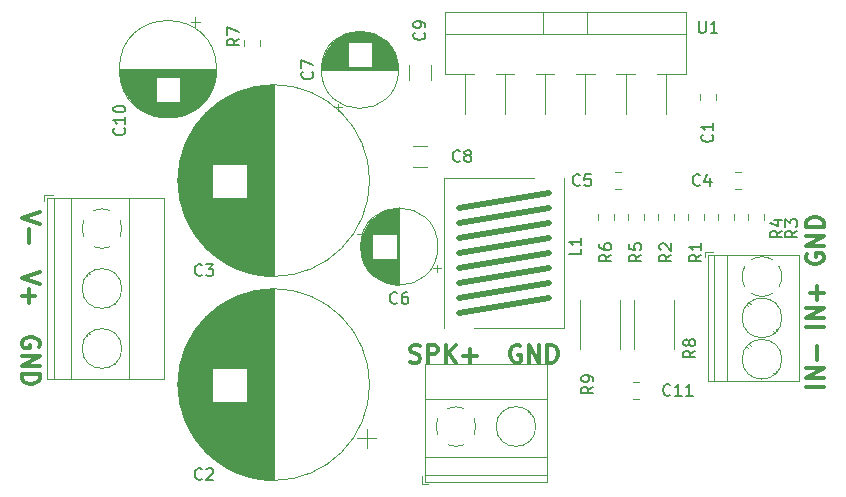
<source format=gbr>
%TF.GenerationSoftware,KiCad,Pcbnew,(5.1.6-0)*%
%TF.CreationDate,2023-03-27T21:53:34-07:00*%
%TF.ProjectId,LM3886-bal-no15v-th,4c4d3338-3836-42d6-9261-6c2d6e6f3135,rev?*%
%TF.SameCoordinates,Original*%
%TF.FileFunction,Legend,Top*%
%TF.FilePolarity,Positive*%
%FSLAX46Y46*%
G04 Gerber Fmt 4.6, Leading zero omitted, Abs format (unit mm)*
G04 Created by KiCad (PCBNEW (5.1.6-0)) date 2023-03-27 21:53:34*
%MOMM*%
%LPD*%
G01*
G04 APERTURE LIST*
%ADD10C,0.300000*%
%ADD11C,0.120000*%
%ADD12C,0.500000*%
%ADD13C,0.150000*%
G04 APERTURE END LIST*
D10*
X139458000Y-80390857D02*
X139386571Y-80533714D01*
X139386571Y-80748000D01*
X139458000Y-80962285D01*
X139600857Y-81105142D01*
X139743714Y-81176571D01*
X140029428Y-81248000D01*
X140243714Y-81248000D01*
X140529428Y-81176571D01*
X140672285Y-81105142D01*
X140815142Y-80962285D01*
X140886571Y-80748000D01*
X140886571Y-80605142D01*
X140815142Y-80390857D01*
X140743714Y-80319428D01*
X140243714Y-80319428D01*
X140243714Y-80605142D01*
X140886571Y-79676571D02*
X139386571Y-79676571D01*
X140886571Y-78819428D01*
X139386571Y-78819428D01*
X140886571Y-78105142D02*
X139386571Y-78105142D01*
X139386571Y-77748000D01*
X139458000Y-77533714D01*
X139600857Y-77390857D01*
X139743714Y-77319428D01*
X140029428Y-77248000D01*
X140243714Y-77248000D01*
X140529428Y-77319428D01*
X140672285Y-77390857D01*
X140815142Y-77533714D01*
X140886571Y-77748000D01*
X140886571Y-78105142D01*
X140886571Y-91630285D02*
X139386571Y-91630285D01*
X140886571Y-90916000D02*
X139386571Y-90916000D01*
X140886571Y-90058857D01*
X139386571Y-90058857D01*
X140315142Y-89344571D02*
X140315142Y-88201714D01*
X140886571Y-86550285D02*
X139386571Y-86550285D01*
X140886571Y-85836000D02*
X139386571Y-85836000D01*
X140886571Y-84978857D01*
X139386571Y-84978857D01*
X140315142Y-84264571D02*
X140315142Y-83121714D01*
X140886571Y-83693142D02*
X139743714Y-83693142D01*
X115189142Y-88150000D02*
X115046285Y-88078571D01*
X114832000Y-88078571D01*
X114617714Y-88150000D01*
X114474857Y-88292857D01*
X114403428Y-88435714D01*
X114332000Y-88721428D01*
X114332000Y-88935714D01*
X114403428Y-89221428D01*
X114474857Y-89364285D01*
X114617714Y-89507142D01*
X114832000Y-89578571D01*
X114974857Y-89578571D01*
X115189142Y-89507142D01*
X115260571Y-89435714D01*
X115260571Y-88935714D01*
X114974857Y-88935714D01*
X115903428Y-89578571D02*
X115903428Y-88078571D01*
X116760571Y-89578571D01*
X116760571Y-88078571D01*
X117474857Y-89578571D02*
X117474857Y-88078571D01*
X117832000Y-88078571D01*
X118046285Y-88150000D01*
X118189142Y-88292857D01*
X118260571Y-88435714D01*
X118332000Y-88721428D01*
X118332000Y-88935714D01*
X118260571Y-89221428D01*
X118189142Y-89364285D01*
X118046285Y-89507142D01*
X117832000Y-89578571D01*
X117474857Y-89578571D01*
X105854857Y-89507142D02*
X106069142Y-89578571D01*
X106426285Y-89578571D01*
X106569142Y-89507142D01*
X106640571Y-89435714D01*
X106712000Y-89292857D01*
X106712000Y-89150000D01*
X106640571Y-89007142D01*
X106569142Y-88935714D01*
X106426285Y-88864285D01*
X106140571Y-88792857D01*
X105997714Y-88721428D01*
X105926285Y-88650000D01*
X105854857Y-88507142D01*
X105854857Y-88364285D01*
X105926285Y-88221428D01*
X105997714Y-88150000D01*
X106140571Y-88078571D01*
X106497714Y-88078571D01*
X106712000Y-88150000D01*
X107354857Y-89578571D02*
X107354857Y-88078571D01*
X107926285Y-88078571D01*
X108069142Y-88150000D01*
X108140571Y-88221428D01*
X108212000Y-88364285D01*
X108212000Y-88578571D01*
X108140571Y-88721428D01*
X108069142Y-88792857D01*
X107926285Y-88864285D01*
X107354857Y-88864285D01*
X108854857Y-89578571D02*
X108854857Y-88078571D01*
X109712000Y-89578571D02*
X109069142Y-88721428D01*
X109712000Y-88078571D02*
X108854857Y-88935714D01*
X110354857Y-89007142D02*
X111497714Y-89007142D01*
X110926285Y-89578571D02*
X110926285Y-88435714D01*
X74410000Y-88265142D02*
X74481428Y-88122285D01*
X74481428Y-87908000D01*
X74410000Y-87693714D01*
X74267142Y-87550857D01*
X74124285Y-87479428D01*
X73838571Y-87408000D01*
X73624285Y-87408000D01*
X73338571Y-87479428D01*
X73195714Y-87550857D01*
X73052857Y-87693714D01*
X72981428Y-87908000D01*
X72981428Y-88050857D01*
X73052857Y-88265142D01*
X73124285Y-88336571D01*
X73624285Y-88336571D01*
X73624285Y-88050857D01*
X72981428Y-88979428D02*
X74481428Y-88979428D01*
X72981428Y-89836571D01*
X74481428Y-89836571D01*
X72981428Y-90550857D02*
X74481428Y-90550857D01*
X74481428Y-90908000D01*
X74410000Y-91122285D01*
X74267142Y-91265142D01*
X74124285Y-91336571D01*
X73838571Y-91408000D01*
X73624285Y-91408000D01*
X73338571Y-91336571D01*
X73195714Y-91265142D01*
X73052857Y-91122285D01*
X72981428Y-90908000D01*
X72981428Y-90550857D01*
X74481428Y-76803428D02*
X72981428Y-77303428D01*
X74481428Y-77803428D01*
X73552857Y-78303428D02*
X73552857Y-79446285D01*
X74481428Y-81883428D02*
X72981428Y-82383428D01*
X74481428Y-82883428D01*
X73552857Y-83383428D02*
X73552857Y-84526285D01*
X72981428Y-83954857D02*
X74124285Y-83954857D01*
D11*
%TO.C,C10*%
X89464000Y-64742000D02*
G75*
G03*
X89464000Y-64742000I-4120000J0D01*
G01*
X89424000Y-64742000D02*
X81264000Y-64742000D01*
X89424000Y-64782000D02*
X81264000Y-64782000D01*
X89424000Y-64822000D02*
X81264000Y-64822000D01*
X89423000Y-64862000D02*
X81265000Y-64862000D01*
X89421000Y-64902000D02*
X81267000Y-64902000D01*
X89420000Y-64942000D02*
X81268000Y-64942000D01*
X89418000Y-64982000D02*
X81270000Y-64982000D01*
X89415000Y-65022000D02*
X81273000Y-65022000D01*
X89412000Y-65062000D02*
X81276000Y-65062000D01*
X89409000Y-65102000D02*
X81279000Y-65102000D01*
X89405000Y-65142000D02*
X81283000Y-65142000D01*
X89401000Y-65182000D02*
X81287000Y-65182000D01*
X89396000Y-65222000D02*
X81292000Y-65222000D01*
X89392000Y-65262000D02*
X81296000Y-65262000D01*
X89386000Y-65302000D02*
X81302000Y-65302000D01*
X89381000Y-65342000D02*
X81307000Y-65342000D01*
X89374000Y-65382000D02*
X81314000Y-65382000D01*
X89368000Y-65422000D02*
X81320000Y-65422000D01*
X89361000Y-65463000D02*
X86384000Y-65463000D01*
X84304000Y-65463000D02*
X81327000Y-65463000D01*
X89354000Y-65503000D02*
X86384000Y-65503000D01*
X84304000Y-65503000D02*
X81334000Y-65503000D01*
X89346000Y-65543000D02*
X86384000Y-65543000D01*
X84304000Y-65543000D02*
X81342000Y-65543000D01*
X89338000Y-65583000D02*
X86384000Y-65583000D01*
X84304000Y-65583000D02*
X81350000Y-65583000D01*
X89329000Y-65623000D02*
X86384000Y-65623000D01*
X84304000Y-65623000D02*
X81359000Y-65623000D01*
X89320000Y-65663000D02*
X86384000Y-65663000D01*
X84304000Y-65663000D02*
X81368000Y-65663000D01*
X89311000Y-65703000D02*
X86384000Y-65703000D01*
X84304000Y-65703000D02*
X81377000Y-65703000D01*
X89301000Y-65743000D02*
X86384000Y-65743000D01*
X84304000Y-65743000D02*
X81387000Y-65743000D01*
X89291000Y-65783000D02*
X86384000Y-65783000D01*
X84304000Y-65783000D02*
X81397000Y-65783000D01*
X89280000Y-65823000D02*
X86384000Y-65823000D01*
X84304000Y-65823000D02*
X81408000Y-65823000D01*
X89269000Y-65863000D02*
X86384000Y-65863000D01*
X84304000Y-65863000D02*
X81419000Y-65863000D01*
X89258000Y-65903000D02*
X86384000Y-65903000D01*
X84304000Y-65903000D02*
X81430000Y-65903000D01*
X89246000Y-65943000D02*
X86384000Y-65943000D01*
X84304000Y-65943000D02*
X81442000Y-65943000D01*
X89233000Y-65983000D02*
X86384000Y-65983000D01*
X84304000Y-65983000D02*
X81455000Y-65983000D01*
X89221000Y-66023000D02*
X86384000Y-66023000D01*
X84304000Y-66023000D02*
X81467000Y-66023000D01*
X89207000Y-66063000D02*
X86384000Y-66063000D01*
X84304000Y-66063000D02*
X81481000Y-66063000D01*
X89194000Y-66103000D02*
X86384000Y-66103000D01*
X84304000Y-66103000D02*
X81494000Y-66103000D01*
X89179000Y-66143000D02*
X86384000Y-66143000D01*
X84304000Y-66143000D02*
X81509000Y-66143000D01*
X89165000Y-66183000D02*
X86384000Y-66183000D01*
X84304000Y-66183000D02*
X81523000Y-66183000D01*
X89149000Y-66223000D02*
X86384000Y-66223000D01*
X84304000Y-66223000D02*
X81539000Y-66223000D01*
X89134000Y-66263000D02*
X86384000Y-66263000D01*
X84304000Y-66263000D02*
X81554000Y-66263000D01*
X89118000Y-66303000D02*
X86384000Y-66303000D01*
X84304000Y-66303000D02*
X81570000Y-66303000D01*
X89101000Y-66343000D02*
X86384000Y-66343000D01*
X84304000Y-66343000D02*
X81587000Y-66343000D01*
X89084000Y-66383000D02*
X86384000Y-66383000D01*
X84304000Y-66383000D02*
X81604000Y-66383000D01*
X89066000Y-66423000D02*
X86384000Y-66423000D01*
X84304000Y-66423000D02*
X81622000Y-66423000D01*
X89048000Y-66463000D02*
X86384000Y-66463000D01*
X84304000Y-66463000D02*
X81640000Y-66463000D01*
X89030000Y-66503000D02*
X86384000Y-66503000D01*
X84304000Y-66503000D02*
X81658000Y-66503000D01*
X89010000Y-66543000D02*
X86384000Y-66543000D01*
X84304000Y-66543000D02*
X81678000Y-66543000D01*
X88991000Y-66583000D02*
X86384000Y-66583000D01*
X84304000Y-66583000D02*
X81697000Y-66583000D01*
X88971000Y-66623000D02*
X86384000Y-66623000D01*
X84304000Y-66623000D02*
X81717000Y-66623000D01*
X88950000Y-66663000D02*
X86384000Y-66663000D01*
X84304000Y-66663000D02*
X81738000Y-66663000D01*
X88928000Y-66703000D02*
X86384000Y-66703000D01*
X84304000Y-66703000D02*
X81760000Y-66703000D01*
X88906000Y-66743000D02*
X86384000Y-66743000D01*
X84304000Y-66743000D02*
X81782000Y-66743000D01*
X88884000Y-66783000D02*
X86384000Y-66783000D01*
X84304000Y-66783000D02*
X81804000Y-66783000D01*
X88861000Y-66823000D02*
X86384000Y-66823000D01*
X84304000Y-66823000D02*
X81827000Y-66823000D01*
X88837000Y-66863000D02*
X86384000Y-66863000D01*
X84304000Y-66863000D02*
X81851000Y-66863000D01*
X88813000Y-66903000D02*
X86384000Y-66903000D01*
X84304000Y-66903000D02*
X81875000Y-66903000D01*
X88788000Y-66943000D02*
X86384000Y-66943000D01*
X84304000Y-66943000D02*
X81900000Y-66943000D01*
X88762000Y-66983000D02*
X86384000Y-66983000D01*
X84304000Y-66983000D02*
X81926000Y-66983000D01*
X88736000Y-67023000D02*
X86384000Y-67023000D01*
X84304000Y-67023000D02*
X81952000Y-67023000D01*
X88709000Y-67063000D02*
X86384000Y-67063000D01*
X84304000Y-67063000D02*
X81979000Y-67063000D01*
X88682000Y-67103000D02*
X86384000Y-67103000D01*
X84304000Y-67103000D02*
X82006000Y-67103000D01*
X88653000Y-67143000D02*
X86384000Y-67143000D01*
X84304000Y-67143000D02*
X82035000Y-67143000D01*
X88624000Y-67183000D02*
X86384000Y-67183000D01*
X84304000Y-67183000D02*
X82064000Y-67183000D01*
X88594000Y-67223000D02*
X86384000Y-67223000D01*
X84304000Y-67223000D02*
X82094000Y-67223000D01*
X88564000Y-67263000D02*
X86384000Y-67263000D01*
X84304000Y-67263000D02*
X82124000Y-67263000D01*
X88533000Y-67303000D02*
X86384000Y-67303000D01*
X84304000Y-67303000D02*
X82155000Y-67303000D01*
X88500000Y-67343000D02*
X86384000Y-67343000D01*
X84304000Y-67343000D02*
X82188000Y-67343000D01*
X88468000Y-67383000D02*
X86384000Y-67383000D01*
X84304000Y-67383000D02*
X82220000Y-67383000D01*
X88434000Y-67423000D02*
X86384000Y-67423000D01*
X84304000Y-67423000D02*
X82254000Y-67423000D01*
X88399000Y-67463000D02*
X86384000Y-67463000D01*
X84304000Y-67463000D02*
X82289000Y-67463000D01*
X88363000Y-67503000D02*
X86384000Y-67503000D01*
X84304000Y-67503000D02*
X82325000Y-67503000D01*
X88327000Y-67543000D02*
X82361000Y-67543000D01*
X88289000Y-67583000D02*
X82399000Y-67583000D01*
X88251000Y-67623000D02*
X82437000Y-67623000D01*
X88211000Y-67663000D02*
X82477000Y-67663000D01*
X88170000Y-67703000D02*
X82518000Y-67703000D01*
X88128000Y-67743000D02*
X82560000Y-67743000D01*
X88085000Y-67783000D02*
X82603000Y-67783000D01*
X88041000Y-67823000D02*
X82647000Y-67823000D01*
X87995000Y-67863000D02*
X82693000Y-67863000D01*
X87948000Y-67903000D02*
X82740000Y-67903000D01*
X87900000Y-67943000D02*
X82788000Y-67943000D01*
X87849000Y-67983000D02*
X82839000Y-67983000D01*
X87798000Y-68023000D02*
X82890000Y-68023000D01*
X87744000Y-68063000D02*
X82944000Y-68063000D01*
X87689000Y-68103000D02*
X82999000Y-68103000D01*
X87631000Y-68143000D02*
X83057000Y-68143000D01*
X87572000Y-68183000D02*
X83116000Y-68183000D01*
X87510000Y-68223000D02*
X83178000Y-68223000D01*
X87446000Y-68263000D02*
X83242000Y-68263000D01*
X87378000Y-68303000D02*
X83310000Y-68303000D01*
X87308000Y-68343000D02*
X83380000Y-68343000D01*
X87234000Y-68383000D02*
X83454000Y-68383000D01*
X87157000Y-68423000D02*
X83531000Y-68423000D01*
X87075000Y-68463000D02*
X83613000Y-68463000D01*
X86989000Y-68503000D02*
X83699000Y-68503000D01*
X86896000Y-68543000D02*
X83792000Y-68543000D01*
X86797000Y-68583000D02*
X83891000Y-68583000D01*
X86690000Y-68623000D02*
X83998000Y-68623000D01*
X86573000Y-68663000D02*
X84115000Y-68663000D01*
X86442000Y-68703000D02*
X84246000Y-68703000D01*
X86292000Y-68743000D02*
X84396000Y-68743000D01*
X86112000Y-68783000D02*
X84576000Y-68783000D01*
X85877000Y-68823000D02*
X84811000Y-68823000D01*
X87659000Y-60332302D02*
X87659000Y-61132302D01*
X88059000Y-60732302D02*
X87259000Y-60732302D01*
%TO.C,C7*%
X104870000Y-64790000D02*
G75*
G03*
X104870000Y-64790000I-3270000J0D01*
G01*
X98370000Y-64790000D02*
X104830000Y-64790000D01*
X98370000Y-64750000D02*
X104830000Y-64750000D01*
X98370000Y-64710000D02*
X104830000Y-64710000D01*
X98372000Y-64670000D02*
X104828000Y-64670000D01*
X98373000Y-64630000D02*
X104827000Y-64630000D01*
X98376000Y-64590000D02*
X104824000Y-64590000D01*
X98378000Y-64550000D02*
X100560000Y-64550000D01*
X102640000Y-64550000D02*
X104822000Y-64550000D01*
X98382000Y-64510000D02*
X100560000Y-64510000D01*
X102640000Y-64510000D02*
X104818000Y-64510000D01*
X98385000Y-64470000D02*
X100560000Y-64470000D01*
X102640000Y-64470000D02*
X104815000Y-64470000D01*
X98389000Y-64430000D02*
X100560000Y-64430000D01*
X102640000Y-64430000D02*
X104811000Y-64430000D01*
X98394000Y-64390000D02*
X100560000Y-64390000D01*
X102640000Y-64390000D02*
X104806000Y-64390000D01*
X98399000Y-64350000D02*
X100560000Y-64350000D01*
X102640000Y-64350000D02*
X104801000Y-64350000D01*
X98405000Y-64310000D02*
X100560000Y-64310000D01*
X102640000Y-64310000D02*
X104795000Y-64310000D01*
X98411000Y-64270000D02*
X100560000Y-64270000D01*
X102640000Y-64270000D02*
X104789000Y-64270000D01*
X98418000Y-64230000D02*
X100560000Y-64230000D01*
X102640000Y-64230000D02*
X104782000Y-64230000D01*
X98425000Y-64190000D02*
X100560000Y-64190000D01*
X102640000Y-64190000D02*
X104775000Y-64190000D01*
X98433000Y-64150000D02*
X100560000Y-64150000D01*
X102640000Y-64150000D02*
X104767000Y-64150000D01*
X98441000Y-64110000D02*
X100560000Y-64110000D01*
X102640000Y-64110000D02*
X104759000Y-64110000D01*
X98450000Y-64069000D02*
X100560000Y-64069000D01*
X102640000Y-64069000D02*
X104750000Y-64069000D01*
X98459000Y-64029000D02*
X100560000Y-64029000D01*
X102640000Y-64029000D02*
X104741000Y-64029000D01*
X98469000Y-63989000D02*
X100560000Y-63989000D01*
X102640000Y-63989000D02*
X104731000Y-63989000D01*
X98479000Y-63949000D02*
X100560000Y-63949000D01*
X102640000Y-63949000D02*
X104721000Y-63949000D01*
X98490000Y-63909000D02*
X100560000Y-63909000D01*
X102640000Y-63909000D02*
X104710000Y-63909000D01*
X98502000Y-63869000D02*
X100560000Y-63869000D01*
X102640000Y-63869000D02*
X104698000Y-63869000D01*
X98514000Y-63829000D02*
X100560000Y-63829000D01*
X102640000Y-63829000D02*
X104686000Y-63829000D01*
X98526000Y-63789000D02*
X100560000Y-63789000D01*
X102640000Y-63789000D02*
X104674000Y-63789000D01*
X98539000Y-63749000D02*
X100560000Y-63749000D01*
X102640000Y-63749000D02*
X104661000Y-63749000D01*
X98553000Y-63709000D02*
X100560000Y-63709000D01*
X102640000Y-63709000D02*
X104647000Y-63709000D01*
X98567000Y-63669000D02*
X100560000Y-63669000D01*
X102640000Y-63669000D02*
X104633000Y-63669000D01*
X98582000Y-63629000D02*
X100560000Y-63629000D01*
X102640000Y-63629000D02*
X104618000Y-63629000D01*
X98598000Y-63589000D02*
X100560000Y-63589000D01*
X102640000Y-63589000D02*
X104602000Y-63589000D01*
X98614000Y-63549000D02*
X100560000Y-63549000D01*
X102640000Y-63549000D02*
X104586000Y-63549000D01*
X98630000Y-63509000D02*
X100560000Y-63509000D01*
X102640000Y-63509000D02*
X104570000Y-63509000D01*
X98648000Y-63469000D02*
X100560000Y-63469000D01*
X102640000Y-63469000D02*
X104552000Y-63469000D01*
X98666000Y-63429000D02*
X100560000Y-63429000D01*
X102640000Y-63429000D02*
X104534000Y-63429000D01*
X98684000Y-63389000D02*
X100560000Y-63389000D01*
X102640000Y-63389000D02*
X104516000Y-63389000D01*
X98704000Y-63349000D02*
X100560000Y-63349000D01*
X102640000Y-63349000D02*
X104496000Y-63349000D01*
X98724000Y-63309000D02*
X100560000Y-63309000D01*
X102640000Y-63309000D02*
X104476000Y-63309000D01*
X98744000Y-63269000D02*
X100560000Y-63269000D01*
X102640000Y-63269000D02*
X104456000Y-63269000D01*
X98766000Y-63229000D02*
X100560000Y-63229000D01*
X102640000Y-63229000D02*
X104434000Y-63229000D01*
X98788000Y-63189000D02*
X100560000Y-63189000D01*
X102640000Y-63189000D02*
X104412000Y-63189000D01*
X98810000Y-63149000D02*
X100560000Y-63149000D01*
X102640000Y-63149000D02*
X104390000Y-63149000D01*
X98834000Y-63109000D02*
X100560000Y-63109000D01*
X102640000Y-63109000D02*
X104366000Y-63109000D01*
X98858000Y-63069000D02*
X100560000Y-63069000D01*
X102640000Y-63069000D02*
X104342000Y-63069000D01*
X98884000Y-63029000D02*
X100560000Y-63029000D01*
X102640000Y-63029000D02*
X104316000Y-63029000D01*
X98910000Y-62989000D02*
X100560000Y-62989000D01*
X102640000Y-62989000D02*
X104290000Y-62989000D01*
X98936000Y-62949000D02*
X100560000Y-62949000D01*
X102640000Y-62949000D02*
X104264000Y-62949000D01*
X98964000Y-62909000D02*
X100560000Y-62909000D01*
X102640000Y-62909000D02*
X104236000Y-62909000D01*
X98993000Y-62869000D02*
X100560000Y-62869000D01*
X102640000Y-62869000D02*
X104207000Y-62869000D01*
X99022000Y-62829000D02*
X100560000Y-62829000D01*
X102640000Y-62829000D02*
X104178000Y-62829000D01*
X99052000Y-62789000D02*
X100560000Y-62789000D01*
X102640000Y-62789000D02*
X104148000Y-62789000D01*
X99084000Y-62749000D02*
X100560000Y-62749000D01*
X102640000Y-62749000D02*
X104116000Y-62749000D01*
X99116000Y-62709000D02*
X100560000Y-62709000D01*
X102640000Y-62709000D02*
X104084000Y-62709000D01*
X99150000Y-62669000D02*
X100560000Y-62669000D01*
X102640000Y-62669000D02*
X104050000Y-62669000D01*
X99184000Y-62629000D02*
X100560000Y-62629000D01*
X102640000Y-62629000D02*
X104016000Y-62629000D01*
X99220000Y-62589000D02*
X100560000Y-62589000D01*
X102640000Y-62589000D02*
X103980000Y-62589000D01*
X99257000Y-62549000D02*
X100560000Y-62549000D01*
X102640000Y-62549000D02*
X103943000Y-62549000D01*
X99295000Y-62509000D02*
X100560000Y-62509000D01*
X102640000Y-62509000D02*
X103905000Y-62509000D01*
X99335000Y-62469000D02*
X103865000Y-62469000D01*
X99376000Y-62429000D02*
X103824000Y-62429000D01*
X99418000Y-62389000D02*
X103782000Y-62389000D01*
X99463000Y-62349000D02*
X103737000Y-62349000D01*
X99508000Y-62309000D02*
X103692000Y-62309000D01*
X99556000Y-62269000D02*
X103644000Y-62269000D01*
X99605000Y-62229000D02*
X103595000Y-62229000D01*
X99656000Y-62189000D02*
X103544000Y-62189000D01*
X99710000Y-62149000D02*
X103490000Y-62149000D01*
X99766000Y-62109000D02*
X103434000Y-62109000D01*
X99824000Y-62069000D02*
X103376000Y-62069000D01*
X99886000Y-62029000D02*
X103314000Y-62029000D01*
X99950000Y-61989000D02*
X103250000Y-61989000D01*
X100019000Y-61949000D02*
X103181000Y-61949000D01*
X100091000Y-61909000D02*
X103109000Y-61909000D01*
X100168000Y-61869000D02*
X103032000Y-61869000D01*
X100250000Y-61829000D02*
X102950000Y-61829000D01*
X100338000Y-61789000D02*
X102862000Y-61789000D01*
X100435000Y-61749000D02*
X102765000Y-61749000D01*
X100541000Y-61709000D02*
X102659000Y-61709000D01*
X100660000Y-61669000D02*
X102540000Y-61669000D01*
X100798000Y-61629000D02*
X102402000Y-61629000D01*
X100967000Y-61589000D02*
X102233000Y-61589000D01*
X101198000Y-61549000D02*
X102002000Y-61549000D01*
X99761000Y-68290241D02*
X99761000Y-67660241D01*
X99446000Y-67975241D02*
X100076000Y-67975241D01*
%TO.C,C6*%
X108192000Y-79756000D02*
G75*
G03*
X108192000Y-79756000I-3270000J0D01*
G01*
X104922000Y-82986000D02*
X104922000Y-76526000D01*
X104882000Y-82986000D02*
X104882000Y-76526000D01*
X104842000Y-82986000D02*
X104842000Y-76526000D01*
X104802000Y-82984000D02*
X104802000Y-76528000D01*
X104762000Y-82983000D02*
X104762000Y-76529000D01*
X104722000Y-82980000D02*
X104722000Y-76532000D01*
X104682000Y-82978000D02*
X104682000Y-80796000D01*
X104682000Y-78716000D02*
X104682000Y-76534000D01*
X104642000Y-82974000D02*
X104642000Y-80796000D01*
X104642000Y-78716000D02*
X104642000Y-76538000D01*
X104602000Y-82971000D02*
X104602000Y-80796000D01*
X104602000Y-78716000D02*
X104602000Y-76541000D01*
X104562000Y-82967000D02*
X104562000Y-80796000D01*
X104562000Y-78716000D02*
X104562000Y-76545000D01*
X104522000Y-82962000D02*
X104522000Y-80796000D01*
X104522000Y-78716000D02*
X104522000Y-76550000D01*
X104482000Y-82957000D02*
X104482000Y-80796000D01*
X104482000Y-78716000D02*
X104482000Y-76555000D01*
X104442000Y-82951000D02*
X104442000Y-80796000D01*
X104442000Y-78716000D02*
X104442000Y-76561000D01*
X104402000Y-82945000D02*
X104402000Y-80796000D01*
X104402000Y-78716000D02*
X104402000Y-76567000D01*
X104362000Y-82938000D02*
X104362000Y-80796000D01*
X104362000Y-78716000D02*
X104362000Y-76574000D01*
X104322000Y-82931000D02*
X104322000Y-80796000D01*
X104322000Y-78716000D02*
X104322000Y-76581000D01*
X104282000Y-82923000D02*
X104282000Y-80796000D01*
X104282000Y-78716000D02*
X104282000Y-76589000D01*
X104242000Y-82915000D02*
X104242000Y-80796000D01*
X104242000Y-78716000D02*
X104242000Y-76597000D01*
X104201000Y-82906000D02*
X104201000Y-80796000D01*
X104201000Y-78716000D02*
X104201000Y-76606000D01*
X104161000Y-82897000D02*
X104161000Y-80796000D01*
X104161000Y-78716000D02*
X104161000Y-76615000D01*
X104121000Y-82887000D02*
X104121000Y-80796000D01*
X104121000Y-78716000D02*
X104121000Y-76625000D01*
X104081000Y-82877000D02*
X104081000Y-80796000D01*
X104081000Y-78716000D02*
X104081000Y-76635000D01*
X104041000Y-82866000D02*
X104041000Y-80796000D01*
X104041000Y-78716000D02*
X104041000Y-76646000D01*
X104001000Y-82854000D02*
X104001000Y-80796000D01*
X104001000Y-78716000D02*
X104001000Y-76658000D01*
X103961000Y-82842000D02*
X103961000Y-80796000D01*
X103961000Y-78716000D02*
X103961000Y-76670000D01*
X103921000Y-82830000D02*
X103921000Y-80796000D01*
X103921000Y-78716000D02*
X103921000Y-76682000D01*
X103881000Y-82817000D02*
X103881000Y-80796000D01*
X103881000Y-78716000D02*
X103881000Y-76695000D01*
X103841000Y-82803000D02*
X103841000Y-80796000D01*
X103841000Y-78716000D02*
X103841000Y-76709000D01*
X103801000Y-82789000D02*
X103801000Y-80796000D01*
X103801000Y-78716000D02*
X103801000Y-76723000D01*
X103761000Y-82774000D02*
X103761000Y-80796000D01*
X103761000Y-78716000D02*
X103761000Y-76738000D01*
X103721000Y-82758000D02*
X103721000Y-80796000D01*
X103721000Y-78716000D02*
X103721000Y-76754000D01*
X103681000Y-82742000D02*
X103681000Y-80796000D01*
X103681000Y-78716000D02*
X103681000Y-76770000D01*
X103641000Y-82726000D02*
X103641000Y-80796000D01*
X103641000Y-78716000D02*
X103641000Y-76786000D01*
X103601000Y-82708000D02*
X103601000Y-80796000D01*
X103601000Y-78716000D02*
X103601000Y-76804000D01*
X103561000Y-82690000D02*
X103561000Y-80796000D01*
X103561000Y-78716000D02*
X103561000Y-76822000D01*
X103521000Y-82672000D02*
X103521000Y-80796000D01*
X103521000Y-78716000D02*
X103521000Y-76840000D01*
X103481000Y-82652000D02*
X103481000Y-80796000D01*
X103481000Y-78716000D02*
X103481000Y-76860000D01*
X103441000Y-82632000D02*
X103441000Y-80796000D01*
X103441000Y-78716000D02*
X103441000Y-76880000D01*
X103401000Y-82612000D02*
X103401000Y-80796000D01*
X103401000Y-78716000D02*
X103401000Y-76900000D01*
X103361000Y-82590000D02*
X103361000Y-80796000D01*
X103361000Y-78716000D02*
X103361000Y-76922000D01*
X103321000Y-82568000D02*
X103321000Y-80796000D01*
X103321000Y-78716000D02*
X103321000Y-76944000D01*
X103281000Y-82546000D02*
X103281000Y-80796000D01*
X103281000Y-78716000D02*
X103281000Y-76966000D01*
X103241000Y-82522000D02*
X103241000Y-80796000D01*
X103241000Y-78716000D02*
X103241000Y-76990000D01*
X103201000Y-82498000D02*
X103201000Y-80796000D01*
X103201000Y-78716000D02*
X103201000Y-77014000D01*
X103161000Y-82472000D02*
X103161000Y-80796000D01*
X103161000Y-78716000D02*
X103161000Y-77040000D01*
X103121000Y-82446000D02*
X103121000Y-80796000D01*
X103121000Y-78716000D02*
X103121000Y-77066000D01*
X103081000Y-82420000D02*
X103081000Y-80796000D01*
X103081000Y-78716000D02*
X103081000Y-77092000D01*
X103041000Y-82392000D02*
X103041000Y-80796000D01*
X103041000Y-78716000D02*
X103041000Y-77120000D01*
X103001000Y-82363000D02*
X103001000Y-80796000D01*
X103001000Y-78716000D02*
X103001000Y-77149000D01*
X102961000Y-82334000D02*
X102961000Y-80796000D01*
X102961000Y-78716000D02*
X102961000Y-77178000D01*
X102921000Y-82304000D02*
X102921000Y-80796000D01*
X102921000Y-78716000D02*
X102921000Y-77208000D01*
X102881000Y-82272000D02*
X102881000Y-80796000D01*
X102881000Y-78716000D02*
X102881000Y-77240000D01*
X102841000Y-82240000D02*
X102841000Y-80796000D01*
X102841000Y-78716000D02*
X102841000Y-77272000D01*
X102801000Y-82206000D02*
X102801000Y-80796000D01*
X102801000Y-78716000D02*
X102801000Y-77306000D01*
X102761000Y-82172000D02*
X102761000Y-80796000D01*
X102761000Y-78716000D02*
X102761000Y-77340000D01*
X102721000Y-82136000D02*
X102721000Y-80796000D01*
X102721000Y-78716000D02*
X102721000Y-77376000D01*
X102681000Y-82099000D02*
X102681000Y-80796000D01*
X102681000Y-78716000D02*
X102681000Y-77413000D01*
X102641000Y-82061000D02*
X102641000Y-80796000D01*
X102641000Y-78716000D02*
X102641000Y-77451000D01*
X102601000Y-82021000D02*
X102601000Y-77491000D01*
X102561000Y-81980000D02*
X102561000Y-77532000D01*
X102521000Y-81938000D02*
X102521000Y-77574000D01*
X102481000Y-81893000D02*
X102481000Y-77619000D01*
X102441000Y-81848000D02*
X102441000Y-77664000D01*
X102401000Y-81800000D02*
X102401000Y-77712000D01*
X102361000Y-81751000D02*
X102361000Y-77761000D01*
X102321000Y-81700000D02*
X102321000Y-77812000D01*
X102281000Y-81646000D02*
X102281000Y-77866000D01*
X102241000Y-81590000D02*
X102241000Y-77922000D01*
X102201000Y-81532000D02*
X102201000Y-77980000D01*
X102161000Y-81470000D02*
X102161000Y-78042000D01*
X102121000Y-81406000D02*
X102121000Y-78106000D01*
X102081000Y-81337000D02*
X102081000Y-78175000D01*
X102041000Y-81265000D02*
X102041000Y-78247000D01*
X102001000Y-81188000D02*
X102001000Y-78324000D01*
X101961000Y-81106000D02*
X101961000Y-78406000D01*
X101921000Y-81018000D02*
X101921000Y-78494000D01*
X101881000Y-80921000D02*
X101881000Y-78591000D01*
X101841000Y-80815000D02*
X101841000Y-78697000D01*
X101801000Y-80696000D02*
X101801000Y-78816000D01*
X101761000Y-80558000D02*
X101761000Y-78954000D01*
X101721000Y-80389000D02*
X101721000Y-79123000D01*
X101681000Y-80158000D02*
X101681000Y-79354000D01*
X108422241Y-81595000D02*
X107792241Y-81595000D01*
X108107241Y-81910000D02*
X108107241Y-81280000D01*
%TO.C,C3*%
X102414000Y-74168000D02*
G75*
G03*
X102414000Y-74168000I-8120000J0D01*
G01*
X94294000Y-82249000D02*
X94294000Y-66087000D01*
X94254000Y-82248000D02*
X94254000Y-66088000D01*
X94214000Y-82248000D02*
X94214000Y-66088000D01*
X94174000Y-82248000D02*
X94174000Y-66088000D01*
X94134000Y-82247000D02*
X94134000Y-66089000D01*
X94094000Y-82246000D02*
X94094000Y-66090000D01*
X94054000Y-82245000D02*
X94054000Y-66091000D01*
X94014000Y-82244000D02*
X94014000Y-66092000D01*
X93974000Y-82242000D02*
X93974000Y-66094000D01*
X93934000Y-82241000D02*
X93934000Y-66095000D01*
X93894000Y-82239000D02*
X93894000Y-66097000D01*
X93854000Y-82237000D02*
X93854000Y-66099000D01*
X93814000Y-82234000D02*
X93814000Y-66102000D01*
X93774000Y-82232000D02*
X93774000Y-66104000D01*
X93734000Y-82229000D02*
X93734000Y-66107000D01*
X93694000Y-82226000D02*
X93694000Y-66110000D01*
X93654000Y-82223000D02*
X93654000Y-66113000D01*
X93614000Y-82220000D02*
X93614000Y-66116000D01*
X93573000Y-82217000D02*
X93573000Y-66119000D01*
X93533000Y-82213000D02*
X93533000Y-66123000D01*
X93493000Y-82209000D02*
X93493000Y-66127000D01*
X93453000Y-82205000D02*
X93453000Y-66131000D01*
X93413000Y-82201000D02*
X93413000Y-66135000D01*
X93373000Y-82196000D02*
X93373000Y-66140000D01*
X93333000Y-82192000D02*
X93333000Y-66144000D01*
X93293000Y-82187000D02*
X93293000Y-66149000D01*
X93253000Y-82182000D02*
X93253000Y-66154000D01*
X93213000Y-82176000D02*
X93213000Y-66160000D01*
X93173000Y-82171000D02*
X93173000Y-66165000D01*
X93133000Y-82165000D02*
X93133000Y-66171000D01*
X93093000Y-82159000D02*
X93093000Y-66177000D01*
X93053000Y-82153000D02*
X93053000Y-66183000D01*
X93013000Y-82147000D02*
X93013000Y-66189000D01*
X92973000Y-82140000D02*
X92973000Y-66196000D01*
X92933000Y-82134000D02*
X92933000Y-66202000D01*
X92893000Y-82127000D02*
X92893000Y-66209000D01*
X92853000Y-82120000D02*
X92853000Y-66216000D01*
X92813000Y-82112000D02*
X92813000Y-66224000D01*
X92773000Y-82105000D02*
X92773000Y-66231000D01*
X92733000Y-82097000D02*
X92733000Y-66239000D01*
X92693000Y-82089000D02*
X92693000Y-66247000D01*
X92653000Y-82081000D02*
X92653000Y-66255000D01*
X92613000Y-82073000D02*
X92613000Y-66263000D01*
X92573000Y-82064000D02*
X92573000Y-66272000D01*
X92533000Y-82055000D02*
X92533000Y-66281000D01*
X92493000Y-82046000D02*
X92493000Y-66290000D01*
X92453000Y-82037000D02*
X92453000Y-66299000D01*
X92413000Y-82028000D02*
X92413000Y-66308000D01*
X92373000Y-82018000D02*
X92373000Y-66318000D01*
X92333000Y-82008000D02*
X92333000Y-66328000D01*
X92293000Y-81998000D02*
X92293000Y-66338000D01*
X92253000Y-81988000D02*
X92253000Y-66348000D01*
X92213000Y-81978000D02*
X92213000Y-66358000D01*
X92173000Y-81967000D02*
X92173000Y-66369000D01*
X92133000Y-81956000D02*
X92133000Y-66380000D01*
X92093000Y-81945000D02*
X92093000Y-66391000D01*
X92053000Y-81933000D02*
X92053000Y-66403000D01*
X92013000Y-81922000D02*
X92013000Y-66414000D01*
X91973000Y-81910000D02*
X91973000Y-75608000D01*
X91973000Y-72728000D02*
X91973000Y-66426000D01*
X91933000Y-81898000D02*
X91933000Y-75608000D01*
X91933000Y-72728000D02*
X91933000Y-66438000D01*
X91893000Y-81886000D02*
X91893000Y-75608000D01*
X91893000Y-72728000D02*
X91893000Y-66450000D01*
X91853000Y-81873000D02*
X91853000Y-75608000D01*
X91853000Y-72728000D02*
X91853000Y-66463000D01*
X91813000Y-81861000D02*
X91813000Y-75608000D01*
X91813000Y-72728000D02*
X91813000Y-66475000D01*
X91773000Y-81848000D02*
X91773000Y-75608000D01*
X91773000Y-72728000D02*
X91773000Y-66488000D01*
X91733000Y-81834000D02*
X91733000Y-75608000D01*
X91733000Y-72728000D02*
X91733000Y-66502000D01*
X91693000Y-81821000D02*
X91693000Y-75608000D01*
X91693000Y-72728000D02*
X91693000Y-66515000D01*
X91653000Y-81807000D02*
X91653000Y-75608000D01*
X91653000Y-72728000D02*
X91653000Y-66529000D01*
X91613000Y-81793000D02*
X91613000Y-75608000D01*
X91613000Y-72728000D02*
X91613000Y-66543000D01*
X91573000Y-81779000D02*
X91573000Y-75608000D01*
X91573000Y-72728000D02*
X91573000Y-66557000D01*
X91533000Y-81765000D02*
X91533000Y-75608000D01*
X91533000Y-72728000D02*
X91533000Y-66571000D01*
X91493000Y-81750000D02*
X91493000Y-75608000D01*
X91493000Y-72728000D02*
X91493000Y-66586000D01*
X91453000Y-81736000D02*
X91453000Y-75608000D01*
X91453000Y-72728000D02*
X91453000Y-66600000D01*
X91413000Y-81721000D02*
X91413000Y-75608000D01*
X91413000Y-72728000D02*
X91413000Y-66615000D01*
X91373000Y-81705000D02*
X91373000Y-75608000D01*
X91373000Y-72728000D02*
X91373000Y-66631000D01*
X91333000Y-81690000D02*
X91333000Y-75608000D01*
X91333000Y-72728000D02*
X91333000Y-66646000D01*
X91293000Y-81674000D02*
X91293000Y-75608000D01*
X91293000Y-72728000D02*
X91293000Y-66662000D01*
X91253000Y-81658000D02*
X91253000Y-75608000D01*
X91253000Y-72728000D02*
X91253000Y-66678000D01*
X91213000Y-81642000D02*
X91213000Y-75608000D01*
X91213000Y-72728000D02*
X91213000Y-66694000D01*
X91173000Y-81625000D02*
X91173000Y-75608000D01*
X91173000Y-72728000D02*
X91173000Y-66711000D01*
X91133000Y-81608000D02*
X91133000Y-75608000D01*
X91133000Y-72728000D02*
X91133000Y-66728000D01*
X91093000Y-81591000D02*
X91093000Y-75608000D01*
X91093000Y-72728000D02*
X91093000Y-66745000D01*
X91053000Y-81574000D02*
X91053000Y-75608000D01*
X91053000Y-72728000D02*
X91053000Y-66762000D01*
X91013000Y-81557000D02*
X91013000Y-75608000D01*
X91013000Y-72728000D02*
X91013000Y-66779000D01*
X90973000Y-81539000D02*
X90973000Y-75608000D01*
X90973000Y-72728000D02*
X90973000Y-66797000D01*
X90933000Y-81521000D02*
X90933000Y-75608000D01*
X90933000Y-72728000D02*
X90933000Y-66815000D01*
X90893000Y-81502000D02*
X90893000Y-75608000D01*
X90893000Y-72728000D02*
X90893000Y-66834000D01*
X90853000Y-81484000D02*
X90853000Y-75608000D01*
X90853000Y-72728000D02*
X90853000Y-66852000D01*
X90813000Y-81465000D02*
X90813000Y-75608000D01*
X90813000Y-72728000D02*
X90813000Y-66871000D01*
X90773000Y-81446000D02*
X90773000Y-75608000D01*
X90773000Y-72728000D02*
X90773000Y-66890000D01*
X90733000Y-81426000D02*
X90733000Y-75608000D01*
X90733000Y-72728000D02*
X90733000Y-66910000D01*
X90693000Y-81407000D02*
X90693000Y-75608000D01*
X90693000Y-72728000D02*
X90693000Y-66929000D01*
X90653000Y-81387000D02*
X90653000Y-75608000D01*
X90653000Y-72728000D02*
X90653000Y-66949000D01*
X90613000Y-81367000D02*
X90613000Y-75608000D01*
X90613000Y-72728000D02*
X90613000Y-66969000D01*
X90573000Y-81346000D02*
X90573000Y-75608000D01*
X90573000Y-72728000D02*
X90573000Y-66990000D01*
X90533000Y-81325000D02*
X90533000Y-75608000D01*
X90533000Y-72728000D02*
X90533000Y-67011000D01*
X90493000Y-81304000D02*
X90493000Y-75608000D01*
X90493000Y-72728000D02*
X90493000Y-67032000D01*
X90453000Y-81283000D02*
X90453000Y-75608000D01*
X90453000Y-72728000D02*
X90453000Y-67053000D01*
X90413000Y-81262000D02*
X90413000Y-75608000D01*
X90413000Y-72728000D02*
X90413000Y-67074000D01*
X90373000Y-81240000D02*
X90373000Y-75608000D01*
X90373000Y-72728000D02*
X90373000Y-67096000D01*
X90333000Y-81217000D02*
X90333000Y-75608000D01*
X90333000Y-72728000D02*
X90333000Y-67119000D01*
X90293000Y-81195000D02*
X90293000Y-75608000D01*
X90293000Y-72728000D02*
X90293000Y-67141000D01*
X90253000Y-81172000D02*
X90253000Y-75608000D01*
X90253000Y-72728000D02*
X90253000Y-67164000D01*
X90213000Y-81149000D02*
X90213000Y-75608000D01*
X90213000Y-72728000D02*
X90213000Y-67187000D01*
X90173000Y-81126000D02*
X90173000Y-75608000D01*
X90173000Y-72728000D02*
X90173000Y-67210000D01*
X90133000Y-81102000D02*
X90133000Y-75608000D01*
X90133000Y-72728000D02*
X90133000Y-67234000D01*
X90093000Y-81078000D02*
X90093000Y-75608000D01*
X90093000Y-72728000D02*
X90093000Y-67258000D01*
X90053000Y-81054000D02*
X90053000Y-75608000D01*
X90053000Y-72728000D02*
X90053000Y-67282000D01*
X90013000Y-81029000D02*
X90013000Y-75608000D01*
X90013000Y-72728000D02*
X90013000Y-67307000D01*
X89973000Y-81004000D02*
X89973000Y-75608000D01*
X89973000Y-72728000D02*
X89973000Y-67332000D01*
X89933000Y-80979000D02*
X89933000Y-75608000D01*
X89933000Y-72728000D02*
X89933000Y-67357000D01*
X89893000Y-80953000D02*
X89893000Y-75608000D01*
X89893000Y-72728000D02*
X89893000Y-67383000D01*
X89853000Y-80927000D02*
X89853000Y-75608000D01*
X89853000Y-72728000D02*
X89853000Y-67409000D01*
X89813000Y-80901000D02*
X89813000Y-75608000D01*
X89813000Y-72728000D02*
X89813000Y-67435000D01*
X89773000Y-80874000D02*
X89773000Y-75608000D01*
X89773000Y-72728000D02*
X89773000Y-67462000D01*
X89733000Y-80847000D02*
X89733000Y-75608000D01*
X89733000Y-72728000D02*
X89733000Y-67489000D01*
X89693000Y-80820000D02*
X89693000Y-75608000D01*
X89693000Y-72728000D02*
X89693000Y-67516000D01*
X89653000Y-80792000D02*
X89653000Y-75608000D01*
X89653000Y-72728000D02*
X89653000Y-67544000D01*
X89613000Y-80764000D02*
X89613000Y-75608000D01*
X89613000Y-72728000D02*
X89613000Y-67572000D01*
X89573000Y-80736000D02*
X89573000Y-75608000D01*
X89573000Y-72728000D02*
X89573000Y-67600000D01*
X89533000Y-80707000D02*
X89533000Y-75608000D01*
X89533000Y-72728000D02*
X89533000Y-67629000D01*
X89493000Y-80678000D02*
X89493000Y-75608000D01*
X89493000Y-72728000D02*
X89493000Y-67658000D01*
X89453000Y-80648000D02*
X89453000Y-75608000D01*
X89453000Y-72728000D02*
X89453000Y-67688000D01*
X89413000Y-80618000D02*
X89413000Y-75608000D01*
X89413000Y-72728000D02*
X89413000Y-67718000D01*
X89373000Y-80588000D02*
X89373000Y-75608000D01*
X89373000Y-72728000D02*
X89373000Y-67748000D01*
X89333000Y-80558000D02*
X89333000Y-75608000D01*
X89333000Y-72728000D02*
X89333000Y-67778000D01*
X89293000Y-80526000D02*
X89293000Y-75608000D01*
X89293000Y-72728000D02*
X89293000Y-67810000D01*
X89253000Y-80495000D02*
X89253000Y-75608000D01*
X89253000Y-72728000D02*
X89253000Y-67841000D01*
X89213000Y-80463000D02*
X89213000Y-75608000D01*
X89213000Y-72728000D02*
X89213000Y-67873000D01*
X89173000Y-80431000D02*
X89173000Y-75608000D01*
X89173000Y-72728000D02*
X89173000Y-67905000D01*
X89133000Y-80398000D02*
X89133000Y-75608000D01*
X89133000Y-72728000D02*
X89133000Y-67938000D01*
X89093000Y-80365000D02*
X89093000Y-67971000D01*
X89053000Y-80331000D02*
X89053000Y-68005000D01*
X89013000Y-80297000D02*
X89013000Y-68039000D01*
X88973000Y-80263000D02*
X88973000Y-68073000D01*
X88933000Y-80228000D02*
X88933000Y-68108000D01*
X88893000Y-80193000D02*
X88893000Y-68143000D01*
X88853000Y-80157000D02*
X88853000Y-68179000D01*
X88813000Y-80120000D02*
X88813000Y-68216000D01*
X88773000Y-80084000D02*
X88773000Y-68252000D01*
X88733000Y-80046000D02*
X88733000Y-68290000D01*
X88693000Y-80008000D02*
X88693000Y-68328000D01*
X88653000Y-79970000D02*
X88653000Y-68366000D01*
X88613000Y-79931000D02*
X88613000Y-68405000D01*
X88573000Y-79892000D02*
X88573000Y-68444000D01*
X88533000Y-79852000D02*
X88533000Y-68484000D01*
X88493000Y-79811000D02*
X88493000Y-68525000D01*
X88453000Y-79770000D02*
X88453000Y-68566000D01*
X88413000Y-79728000D02*
X88413000Y-68608000D01*
X88373000Y-79686000D02*
X88373000Y-68650000D01*
X88333000Y-79643000D02*
X88333000Y-68693000D01*
X88293000Y-79600000D02*
X88293000Y-68736000D01*
X88253000Y-79556000D02*
X88253000Y-68780000D01*
X88213000Y-79511000D02*
X88213000Y-68825000D01*
X88173000Y-79465000D02*
X88173000Y-68871000D01*
X88133000Y-79419000D02*
X88133000Y-68917000D01*
X88093000Y-79372000D02*
X88093000Y-68964000D01*
X88053000Y-79324000D02*
X88053000Y-69012000D01*
X88013000Y-79276000D02*
X88013000Y-69060000D01*
X87973000Y-79227000D02*
X87973000Y-69109000D01*
X87933000Y-79177000D02*
X87933000Y-69159000D01*
X87893000Y-79126000D02*
X87893000Y-69210000D01*
X87853000Y-79074000D02*
X87853000Y-69262000D01*
X87813000Y-79022000D02*
X87813000Y-69314000D01*
X87773000Y-78968000D02*
X87773000Y-69368000D01*
X87733000Y-78914000D02*
X87733000Y-69422000D01*
X87693000Y-78859000D02*
X87693000Y-69477000D01*
X87653000Y-78802000D02*
X87653000Y-69534000D01*
X87613000Y-78745000D02*
X87613000Y-69591000D01*
X87573000Y-78687000D02*
X87573000Y-69649000D01*
X87533000Y-78627000D02*
X87533000Y-69709000D01*
X87493000Y-78566000D02*
X87493000Y-69770000D01*
X87453000Y-78504000D02*
X87453000Y-69832000D01*
X87413000Y-78441000D02*
X87413000Y-69895000D01*
X87373000Y-78377000D02*
X87373000Y-69959000D01*
X87333000Y-78311000D02*
X87333000Y-70025000D01*
X87293000Y-78244000D02*
X87293000Y-70092000D01*
X87253000Y-78175000D02*
X87253000Y-70161000D01*
X87213000Y-78104000D02*
X87213000Y-70232000D01*
X87173000Y-78032000D02*
X87173000Y-70304000D01*
X87133000Y-77958000D02*
X87133000Y-70378000D01*
X87093000Y-77883000D02*
X87093000Y-70453000D01*
X87053000Y-77805000D02*
X87053000Y-70531000D01*
X87013000Y-77725000D02*
X87013000Y-70611000D01*
X86973000Y-77643000D02*
X86973000Y-70693000D01*
X86933000Y-77558000D02*
X86933000Y-70778000D01*
X86893000Y-77471000D02*
X86893000Y-70865000D01*
X86853000Y-77381000D02*
X86853000Y-70955000D01*
X86813000Y-77288000D02*
X86813000Y-71048000D01*
X86773000Y-77192000D02*
X86773000Y-71144000D01*
X86733000Y-77092000D02*
X86733000Y-71244000D01*
X86693000Y-76988000D02*
X86693000Y-71348000D01*
X86653000Y-76879000D02*
X86653000Y-71457000D01*
X86613000Y-76765000D02*
X86613000Y-71571000D01*
X86573000Y-76646000D02*
X86573000Y-71690000D01*
X86533000Y-76519000D02*
X86533000Y-71817000D01*
X86493000Y-76386000D02*
X86493000Y-71950000D01*
X86453000Y-76242000D02*
X86453000Y-72094000D01*
X86413000Y-76088000D02*
X86413000Y-72248000D01*
X86373000Y-75920000D02*
X86373000Y-72416000D01*
X86333000Y-75732000D02*
X86333000Y-72604000D01*
X86293000Y-75519000D02*
X86293000Y-72817000D01*
X86253000Y-75266000D02*
X86253000Y-73070000D01*
X86213000Y-74933000D02*
X86213000Y-73403000D01*
X102983491Y-78723000D02*
X101383491Y-78723000D01*
X102183491Y-79523000D02*
X102183491Y-77923000D01*
%TO.C,C2*%
X102414000Y-91440000D02*
G75*
G03*
X102414000Y-91440000I-8120000J0D01*
G01*
X94294000Y-99521000D02*
X94294000Y-83359000D01*
X94254000Y-99520000D02*
X94254000Y-83360000D01*
X94214000Y-99520000D02*
X94214000Y-83360000D01*
X94174000Y-99520000D02*
X94174000Y-83360000D01*
X94134000Y-99519000D02*
X94134000Y-83361000D01*
X94094000Y-99518000D02*
X94094000Y-83362000D01*
X94054000Y-99517000D02*
X94054000Y-83363000D01*
X94014000Y-99516000D02*
X94014000Y-83364000D01*
X93974000Y-99514000D02*
X93974000Y-83366000D01*
X93934000Y-99513000D02*
X93934000Y-83367000D01*
X93894000Y-99511000D02*
X93894000Y-83369000D01*
X93854000Y-99509000D02*
X93854000Y-83371000D01*
X93814000Y-99506000D02*
X93814000Y-83374000D01*
X93774000Y-99504000D02*
X93774000Y-83376000D01*
X93734000Y-99501000D02*
X93734000Y-83379000D01*
X93694000Y-99498000D02*
X93694000Y-83382000D01*
X93654000Y-99495000D02*
X93654000Y-83385000D01*
X93614000Y-99492000D02*
X93614000Y-83388000D01*
X93573000Y-99489000D02*
X93573000Y-83391000D01*
X93533000Y-99485000D02*
X93533000Y-83395000D01*
X93493000Y-99481000D02*
X93493000Y-83399000D01*
X93453000Y-99477000D02*
X93453000Y-83403000D01*
X93413000Y-99473000D02*
X93413000Y-83407000D01*
X93373000Y-99468000D02*
X93373000Y-83412000D01*
X93333000Y-99464000D02*
X93333000Y-83416000D01*
X93293000Y-99459000D02*
X93293000Y-83421000D01*
X93253000Y-99454000D02*
X93253000Y-83426000D01*
X93213000Y-99448000D02*
X93213000Y-83432000D01*
X93173000Y-99443000D02*
X93173000Y-83437000D01*
X93133000Y-99437000D02*
X93133000Y-83443000D01*
X93093000Y-99431000D02*
X93093000Y-83449000D01*
X93053000Y-99425000D02*
X93053000Y-83455000D01*
X93013000Y-99419000D02*
X93013000Y-83461000D01*
X92973000Y-99412000D02*
X92973000Y-83468000D01*
X92933000Y-99406000D02*
X92933000Y-83474000D01*
X92893000Y-99399000D02*
X92893000Y-83481000D01*
X92853000Y-99392000D02*
X92853000Y-83488000D01*
X92813000Y-99384000D02*
X92813000Y-83496000D01*
X92773000Y-99377000D02*
X92773000Y-83503000D01*
X92733000Y-99369000D02*
X92733000Y-83511000D01*
X92693000Y-99361000D02*
X92693000Y-83519000D01*
X92653000Y-99353000D02*
X92653000Y-83527000D01*
X92613000Y-99345000D02*
X92613000Y-83535000D01*
X92573000Y-99336000D02*
X92573000Y-83544000D01*
X92533000Y-99327000D02*
X92533000Y-83553000D01*
X92493000Y-99318000D02*
X92493000Y-83562000D01*
X92453000Y-99309000D02*
X92453000Y-83571000D01*
X92413000Y-99300000D02*
X92413000Y-83580000D01*
X92373000Y-99290000D02*
X92373000Y-83590000D01*
X92333000Y-99280000D02*
X92333000Y-83600000D01*
X92293000Y-99270000D02*
X92293000Y-83610000D01*
X92253000Y-99260000D02*
X92253000Y-83620000D01*
X92213000Y-99250000D02*
X92213000Y-83630000D01*
X92173000Y-99239000D02*
X92173000Y-83641000D01*
X92133000Y-99228000D02*
X92133000Y-83652000D01*
X92093000Y-99217000D02*
X92093000Y-83663000D01*
X92053000Y-99205000D02*
X92053000Y-83675000D01*
X92013000Y-99194000D02*
X92013000Y-83686000D01*
X91973000Y-99182000D02*
X91973000Y-92880000D01*
X91973000Y-90000000D02*
X91973000Y-83698000D01*
X91933000Y-99170000D02*
X91933000Y-92880000D01*
X91933000Y-90000000D02*
X91933000Y-83710000D01*
X91893000Y-99158000D02*
X91893000Y-92880000D01*
X91893000Y-90000000D02*
X91893000Y-83722000D01*
X91853000Y-99145000D02*
X91853000Y-92880000D01*
X91853000Y-90000000D02*
X91853000Y-83735000D01*
X91813000Y-99133000D02*
X91813000Y-92880000D01*
X91813000Y-90000000D02*
X91813000Y-83747000D01*
X91773000Y-99120000D02*
X91773000Y-92880000D01*
X91773000Y-90000000D02*
X91773000Y-83760000D01*
X91733000Y-99106000D02*
X91733000Y-92880000D01*
X91733000Y-90000000D02*
X91733000Y-83774000D01*
X91693000Y-99093000D02*
X91693000Y-92880000D01*
X91693000Y-90000000D02*
X91693000Y-83787000D01*
X91653000Y-99079000D02*
X91653000Y-92880000D01*
X91653000Y-90000000D02*
X91653000Y-83801000D01*
X91613000Y-99065000D02*
X91613000Y-92880000D01*
X91613000Y-90000000D02*
X91613000Y-83815000D01*
X91573000Y-99051000D02*
X91573000Y-92880000D01*
X91573000Y-90000000D02*
X91573000Y-83829000D01*
X91533000Y-99037000D02*
X91533000Y-92880000D01*
X91533000Y-90000000D02*
X91533000Y-83843000D01*
X91493000Y-99022000D02*
X91493000Y-92880000D01*
X91493000Y-90000000D02*
X91493000Y-83858000D01*
X91453000Y-99008000D02*
X91453000Y-92880000D01*
X91453000Y-90000000D02*
X91453000Y-83872000D01*
X91413000Y-98993000D02*
X91413000Y-92880000D01*
X91413000Y-90000000D02*
X91413000Y-83887000D01*
X91373000Y-98977000D02*
X91373000Y-92880000D01*
X91373000Y-90000000D02*
X91373000Y-83903000D01*
X91333000Y-98962000D02*
X91333000Y-92880000D01*
X91333000Y-90000000D02*
X91333000Y-83918000D01*
X91293000Y-98946000D02*
X91293000Y-92880000D01*
X91293000Y-90000000D02*
X91293000Y-83934000D01*
X91253000Y-98930000D02*
X91253000Y-92880000D01*
X91253000Y-90000000D02*
X91253000Y-83950000D01*
X91213000Y-98914000D02*
X91213000Y-92880000D01*
X91213000Y-90000000D02*
X91213000Y-83966000D01*
X91173000Y-98897000D02*
X91173000Y-92880000D01*
X91173000Y-90000000D02*
X91173000Y-83983000D01*
X91133000Y-98880000D02*
X91133000Y-92880000D01*
X91133000Y-90000000D02*
X91133000Y-84000000D01*
X91093000Y-98863000D02*
X91093000Y-92880000D01*
X91093000Y-90000000D02*
X91093000Y-84017000D01*
X91053000Y-98846000D02*
X91053000Y-92880000D01*
X91053000Y-90000000D02*
X91053000Y-84034000D01*
X91013000Y-98829000D02*
X91013000Y-92880000D01*
X91013000Y-90000000D02*
X91013000Y-84051000D01*
X90973000Y-98811000D02*
X90973000Y-92880000D01*
X90973000Y-90000000D02*
X90973000Y-84069000D01*
X90933000Y-98793000D02*
X90933000Y-92880000D01*
X90933000Y-90000000D02*
X90933000Y-84087000D01*
X90893000Y-98774000D02*
X90893000Y-92880000D01*
X90893000Y-90000000D02*
X90893000Y-84106000D01*
X90853000Y-98756000D02*
X90853000Y-92880000D01*
X90853000Y-90000000D02*
X90853000Y-84124000D01*
X90813000Y-98737000D02*
X90813000Y-92880000D01*
X90813000Y-90000000D02*
X90813000Y-84143000D01*
X90773000Y-98718000D02*
X90773000Y-92880000D01*
X90773000Y-90000000D02*
X90773000Y-84162000D01*
X90733000Y-98698000D02*
X90733000Y-92880000D01*
X90733000Y-90000000D02*
X90733000Y-84182000D01*
X90693000Y-98679000D02*
X90693000Y-92880000D01*
X90693000Y-90000000D02*
X90693000Y-84201000D01*
X90653000Y-98659000D02*
X90653000Y-92880000D01*
X90653000Y-90000000D02*
X90653000Y-84221000D01*
X90613000Y-98639000D02*
X90613000Y-92880000D01*
X90613000Y-90000000D02*
X90613000Y-84241000D01*
X90573000Y-98618000D02*
X90573000Y-92880000D01*
X90573000Y-90000000D02*
X90573000Y-84262000D01*
X90533000Y-98597000D02*
X90533000Y-92880000D01*
X90533000Y-90000000D02*
X90533000Y-84283000D01*
X90493000Y-98576000D02*
X90493000Y-92880000D01*
X90493000Y-90000000D02*
X90493000Y-84304000D01*
X90453000Y-98555000D02*
X90453000Y-92880000D01*
X90453000Y-90000000D02*
X90453000Y-84325000D01*
X90413000Y-98534000D02*
X90413000Y-92880000D01*
X90413000Y-90000000D02*
X90413000Y-84346000D01*
X90373000Y-98512000D02*
X90373000Y-92880000D01*
X90373000Y-90000000D02*
X90373000Y-84368000D01*
X90333000Y-98489000D02*
X90333000Y-92880000D01*
X90333000Y-90000000D02*
X90333000Y-84391000D01*
X90293000Y-98467000D02*
X90293000Y-92880000D01*
X90293000Y-90000000D02*
X90293000Y-84413000D01*
X90253000Y-98444000D02*
X90253000Y-92880000D01*
X90253000Y-90000000D02*
X90253000Y-84436000D01*
X90213000Y-98421000D02*
X90213000Y-92880000D01*
X90213000Y-90000000D02*
X90213000Y-84459000D01*
X90173000Y-98398000D02*
X90173000Y-92880000D01*
X90173000Y-90000000D02*
X90173000Y-84482000D01*
X90133000Y-98374000D02*
X90133000Y-92880000D01*
X90133000Y-90000000D02*
X90133000Y-84506000D01*
X90093000Y-98350000D02*
X90093000Y-92880000D01*
X90093000Y-90000000D02*
X90093000Y-84530000D01*
X90053000Y-98326000D02*
X90053000Y-92880000D01*
X90053000Y-90000000D02*
X90053000Y-84554000D01*
X90013000Y-98301000D02*
X90013000Y-92880000D01*
X90013000Y-90000000D02*
X90013000Y-84579000D01*
X89973000Y-98276000D02*
X89973000Y-92880000D01*
X89973000Y-90000000D02*
X89973000Y-84604000D01*
X89933000Y-98251000D02*
X89933000Y-92880000D01*
X89933000Y-90000000D02*
X89933000Y-84629000D01*
X89893000Y-98225000D02*
X89893000Y-92880000D01*
X89893000Y-90000000D02*
X89893000Y-84655000D01*
X89853000Y-98199000D02*
X89853000Y-92880000D01*
X89853000Y-90000000D02*
X89853000Y-84681000D01*
X89813000Y-98173000D02*
X89813000Y-92880000D01*
X89813000Y-90000000D02*
X89813000Y-84707000D01*
X89773000Y-98146000D02*
X89773000Y-92880000D01*
X89773000Y-90000000D02*
X89773000Y-84734000D01*
X89733000Y-98119000D02*
X89733000Y-92880000D01*
X89733000Y-90000000D02*
X89733000Y-84761000D01*
X89693000Y-98092000D02*
X89693000Y-92880000D01*
X89693000Y-90000000D02*
X89693000Y-84788000D01*
X89653000Y-98064000D02*
X89653000Y-92880000D01*
X89653000Y-90000000D02*
X89653000Y-84816000D01*
X89613000Y-98036000D02*
X89613000Y-92880000D01*
X89613000Y-90000000D02*
X89613000Y-84844000D01*
X89573000Y-98008000D02*
X89573000Y-92880000D01*
X89573000Y-90000000D02*
X89573000Y-84872000D01*
X89533000Y-97979000D02*
X89533000Y-92880000D01*
X89533000Y-90000000D02*
X89533000Y-84901000D01*
X89493000Y-97950000D02*
X89493000Y-92880000D01*
X89493000Y-90000000D02*
X89493000Y-84930000D01*
X89453000Y-97920000D02*
X89453000Y-92880000D01*
X89453000Y-90000000D02*
X89453000Y-84960000D01*
X89413000Y-97890000D02*
X89413000Y-92880000D01*
X89413000Y-90000000D02*
X89413000Y-84990000D01*
X89373000Y-97860000D02*
X89373000Y-92880000D01*
X89373000Y-90000000D02*
X89373000Y-85020000D01*
X89333000Y-97830000D02*
X89333000Y-92880000D01*
X89333000Y-90000000D02*
X89333000Y-85050000D01*
X89293000Y-97798000D02*
X89293000Y-92880000D01*
X89293000Y-90000000D02*
X89293000Y-85082000D01*
X89253000Y-97767000D02*
X89253000Y-92880000D01*
X89253000Y-90000000D02*
X89253000Y-85113000D01*
X89213000Y-97735000D02*
X89213000Y-92880000D01*
X89213000Y-90000000D02*
X89213000Y-85145000D01*
X89173000Y-97703000D02*
X89173000Y-92880000D01*
X89173000Y-90000000D02*
X89173000Y-85177000D01*
X89133000Y-97670000D02*
X89133000Y-92880000D01*
X89133000Y-90000000D02*
X89133000Y-85210000D01*
X89093000Y-97637000D02*
X89093000Y-85243000D01*
X89053000Y-97603000D02*
X89053000Y-85277000D01*
X89013000Y-97569000D02*
X89013000Y-85311000D01*
X88973000Y-97535000D02*
X88973000Y-85345000D01*
X88933000Y-97500000D02*
X88933000Y-85380000D01*
X88893000Y-97465000D02*
X88893000Y-85415000D01*
X88853000Y-97429000D02*
X88853000Y-85451000D01*
X88813000Y-97392000D02*
X88813000Y-85488000D01*
X88773000Y-97356000D02*
X88773000Y-85524000D01*
X88733000Y-97318000D02*
X88733000Y-85562000D01*
X88693000Y-97280000D02*
X88693000Y-85600000D01*
X88653000Y-97242000D02*
X88653000Y-85638000D01*
X88613000Y-97203000D02*
X88613000Y-85677000D01*
X88573000Y-97164000D02*
X88573000Y-85716000D01*
X88533000Y-97124000D02*
X88533000Y-85756000D01*
X88493000Y-97083000D02*
X88493000Y-85797000D01*
X88453000Y-97042000D02*
X88453000Y-85838000D01*
X88413000Y-97000000D02*
X88413000Y-85880000D01*
X88373000Y-96958000D02*
X88373000Y-85922000D01*
X88333000Y-96915000D02*
X88333000Y-85965000D01*
X88293000Y-96872000D02*
X88293000Y-86008000D01*
X88253000Y-96828000D02*
X88253000Y-86052000D01*
X88213000Y-96783000D02*
X88213000Y-86097000D01*
X88173000Y-96737000D02*
X88173000Y-86143000D01*
X88133000Y-96691000D02*
X88133000Y-86189000D01*
X88093000Y-96644000D02*
X88093000Y-86236000D01*
X88053000Y-96596000D02*
X88053000Y-86284000D01*
X88013000Y-96548000D02*
X88013000Y-86332000D01*
X87973000Y-96499000D02*
X87973000Y-86381000D01*
X87933000Y-96449000D02*
X87933000Y-86431000D01*
X87893000Y-96398000D02*
X87893000Y-86482000D01*
X87853000Y-96346000D02*
X87853000Y-86534000D01*
X87813000Y-96294000D02*
X87813000Y-86586000D01*
X87773000Y-96240000D02*
X87773000Y-86640000D01*
X87733000Y-96186000D02*
X87733000Y-86694000D01*
X87693000Y-96131000D02*
X87693000Y-86749000D01*
X87653000Y-96074000D02*
X87653000Y-86806000D01*
X87613000Y-96017000D02*
X87613000Y-86863000D01*
X87573000Y-95959000D02*
X87573000Y-86921000D01*
X87533000Y-95899000D02*
X87533000Y-86981000D01*
X87493000Y-95838000D02*
X87493000Y-87042000D01*
X87453000Y-95776000D02*
X87453000Y-87104000D01*
X87413000Y-95713000D02*
X87413000Y-87167000D01*
X87373000Y-95649000D02*
X87373000Y-87231000D01*
X87333000Y-95583000D02*
X87333000Y-87297000D01*
X87293000Y-95516000D02*
X87293000Y-87364000D01*
X87253000Y-95447000D02*
X87253000Y-87433000D01*
X87213000Y-95376000D02*
X87213000Y-87504000D01*
X87173000Y-95304000D02*
X87173000Y-87576000D01*
X87133000Y-95230000D02*
X87133000Y-87650000D01*
X87093000Y-95155000D02*
X87093000Y-87725000D01*
X87053000Y-95077000D02*
X87053000Y-87803000D01*
X87013000Y-94997000D02*
X87013000Y-87883000D01*
X86973000Y-94915000D02*
X86973000Y-87965000D01*
X86933000Y-94830000D02*
X86933000Y-88050000D01*
X86893000Y-94743000D02*
X86893000Y-88137000D01*
X86853000Y-94653000D02*
X86853000Y-88227000D01*
X86813000Y-94560000D02*
X86813000Y-88320000D01*
X86773000Y-94464000D02*
X86773000Y-88416000D01*
X86733000Y-94364000D02*
X86733000Y-88516000D01*
X86693000Y-94260000D02*
X86693000Y-88620000D01*
X86653000Y-94151000D02*
X86653000Y-88729000D01*
X86613000Y-94037000D02*
X86613000Y-88843000D01*
X86573000Y-93918000D02*
X86573000Y-88962000D01*
X86533000Y-93791000D02*
X86533000Y-89089000D01*
X86493000Y-93658000D02*
X86493000Y-89222000D01*
X86453000Y-93514000D02*
X86453000Y-89366000D01*
X86413000Y-93360000D02*
X86413000Y-89520000D01*
X86373000Y-93192000D02*
X86373000Y-89688000D01*
X86333000Y-93004000D02*
X86333000Y-89876000D01*
X86293000Y-92791000D02*
X86293000Y-90089000D01*
X86253000Y-92538000D02*
X86253000Y-90342000D01*
X86213000Y-92205000D02*
X86213000Y-90675000D01*
X102983491Y-95995000D02*
X101383491Y-95995000D01*
X102183491Y-96795000D02*
X102183491Y-95195000D01*
%TO.C,J1*%
X130836000Y-80246000D02*
X130836000Y-80646000D01*
X131476000Y-80246000D02*
X130836000Y-80246000D01*
X134695000Y-88151000D02*
X134567000Y-88022000D01*
X136911000Y-90366000D02*
X136817000Y-90272000D01*
X134455000Y-88321000D02*
X134362000Y-88227000D01*
X136705000Y-90571000D02*
X136577000Y-90442000D01*
X134695000Y-84651000D02*
X134567000Y-84522000D01*
X136911000Y-86866000D02*
X136817000Y-86772000D01*
X134455000Y-84821000D02*
X134362000Y-84727000D01*
X136705000Y-87071000D02*
X136577000Y-86942000D01*
X138796000Y-91106000D02*
X131076000Y-91106000D01*
X138796000Y-80486000D02*
X131076000Y-80486000D01*
X131076000Y-80486000D02*
X131076000Y-91106000D01*
X138796000Y-80486000D02*
X138796000Y-91106000D01*
X132636000Y-80486000D02*
X132636000Y-91106000D01*
X131536000Y-80486000D02*
X131536000Y-91106000D01*
X137316000Y-89296000D02*
G75*
G03*
X137316000Y-89296000I-1680000J0D01*
G01*
X137316000Y-85796000D02*
G75*
G03*
X137316000Y-85796000I-1680000J0D01*
G01*
X133955901Y-82324674D02*
G75*
G02*
X134196000Y-81430000I1680099J28674D01*
G01*
X134746106Y-80870642D02*
G75*
G02*
X136502000Y-80856000I889894J-1425358D01*
G01*
X137061358Y-81406106D02*
G75*
G02*
X137076000Y-83162000I-1425358J-889894D01*
G01*
X136526193Y-83721505D02*
G75*
G02*
X134745000Y-83721000I-890193J1425505D01*
G01*
X134211279Y-83186264D02*
G75*
G02*
X133956000Y-82296000I1424721J890264D01*
G01*
%TO.C,J3*%
X81436000Y-83312000D02*
G75*
G03*
X81436000Y-83312000I-1680000J0D01*
G01*
X81436000Y-88392000D02*
G75*
G03*
X81436000Y-88392000I-1680000J0D01*
G01*
X75656000Y-75632000D02*
X75656000Y-90992000D01*
X77156000Y-75632000D02*
X77156000Y-90992000D01*
X82057000Y-75632000D02*
X82057000Y-90992000D01*
X85017000Y-75632000D02*
X85017000Y-90992000D01*
X75096000Y-75632000D02*
X75096000Y-90992000D01*
X85017000Y-75632000D02*
X75096000Y-75632000D01*
X85017000Y-90992000D02*
X75096000Y-90992000D01*
X80825000Y-84587000D02*
X80779000Y-84540000D01*
X78517000Y-82278000D02*
X78482000Y-82243000D01*
X81031000Y-84382000D02*
X80995000Y-84347000D01*
X78733000Y-82085000D02*
X78687000Y-82038000D01*
X80825000Y-89667000D02*
X80779000Y-89620000D01*
X78517000Y-87358000D02*
X78482000Y-87323000D01*
X81031000Y-89462000D02*
X80995000Y-89427000D01*
X78733000Y-87165000D02*
X78687000Y-87118000D01*
X75596000Y-75392000D02*
X74856000Y-75392000D01*
X74856000Y-75392000D02*
X74856000Y-75892000D01*
X78075747Y-78260805D02*
G75*
G02*
X78221000Y-77548000I1680253J28805D01*
G01*
X79072958Y-76696574D02*
G75*
G02*
X80440000Y-76697000I683042J-1535426D01*
G01*
X81291426Y-77548958D02*
G75*
G02*
X81291000Y-78916000I-1535426J-683042D01*
G01*
X80439042Y-79767426D02*
G75*
G02*
X79072000Y-79767000I-683042J1535426D01*
G01*
X78221244Y-78915318D02*
G75*
G02*
X78076000Y-78232000I1534756J683318D01*
G01*
%TO.C,J2*%
X116488000Y-94996000D02*
G75*
G03*
X116488000Y-94996000I-1680000J0D01*
G01*
X107128000Y-99096000D02*
X117408000Y-99096000D01*
X107128000Y-97596000D02*
X117408000Y-97596000D01*
X107128000Y-92695000D02*
X117408000Y-92695000D01*
X107128000Y-89735000D02*
X117408000Y-89735000D01*
X107128000Y-99656000D02*
X117408000Y-99656000D01*
X107128000Y-89735000D02*
X107128000Y-99656000D01*
X117408000Y-89735000D02*
X117408000Y-99656000D01*
X116083000Y-93927000D02*
X116036000Y-93973000D01*
X113774000Y-96235000D02*
X113739000Y-96270000D01*
X115878000Y-93721000D02*
X115843000Y-93757000D01*
X113581000Y-96019000D02*
X113534000Y-96065000D01*
X106888000Y-99156000D02*
X106888000Y-99896000D01*
X106888000Y-99896000D02*
X107388000Y-99896000D01*
X109756805Y-96676253D02*
G75*
G02*
X109044000Y-96531000I-28805J1680253D01*
G01*
X108192574Y-95679042D02*
G75*
G02*
X108193000Y-94312000I1535426J683042D01*
G01*
X109044958Y-93460574D02*
G75*
G02*
X110412000Y-93461000I683042J-1535426D01*
G01*
X111263426Y-94312958D02*
G75*
G02*
X111263000Y-95680000I-1535426J-683042D01*
G01*
X110411318Y-96530756D02*
G75*
G02*
X109728000Y-96676000I-683318J1534756D01*
G01*
D12*
%TO.C,L1*%
X117602000Y-84074000D02*
X109982000Y-85344000D01*
X117602000Y-75184000D02*
X109982000Y-76454000D01*
X117602000Y-82804000D02*
X109982000Y-84074000D01*
X117602000Y-81534000D02*
X109982000Y-82804000D01*
X117602000Y-80264000D02*
X109982000Y-81534000D01*
X117602000Y-78994000D02*
X109982000Y-80264000D01*
X117602000Y-77724000D02*
X109982000Y-78994000D01*
X117602000Y-76454000D02*
X109982000Y-77724000D01*
D11*
X118872000Y-86614000D02*
X118872000Y-73914000D01*
X111252000Y-86614000D02*
X118872000Y-86614000D01*
X108712000Y-73914000D02*
X108712000Y-86614000D01*
X116332000Y-73914000D02*
X108712000Y-73914000D01*
%TO.C,R9*%
X123630000Y-88412064D02*
X123630000Y-84307936D01*
X120210000Y-88412064D02*
X120210000Y-84307936D01*
%TO.C,R8*%
X124782000Y-84307936D02*
X124782000Y-88412064D01*
X128202000Y-84307936D02*
X128202000Y-88412064D01*
%TO.C,C9*%
X107590000Y-65626064D02*
X107590000Y-64421936D01*
X105770000Y-65626064D02*
X105770000Y-64421936D01*
%TO.C,C8*%
X107282064Y-71226000D02*
X106077936Y-71226000D01*
X107282064Y-73046000D02*
X106077936Y-73046000D01*
%TO.C,U1*%
X127490000Y-65137000D02*
X127490000Y-68531000D01*
X124090000Y-65137000D02*
X124090000Y-68531000D01*
X120690000Y-65137000D02*
X120690000Y-68531000D01*
X117290000Y-65137000D02*
X117290000Y-68531000D01*
X113890000Y-65137000D02*
X113890000Y-68531000D01*
X110490000Y-65137000D02*
X110490000Y-68546000D01*
X120840000Y-59896000D02*
X120840000Y-61736000D01*
X117140000Y-59896000D02*
X117140000Y-61736000D01*
X108770000Y-61736000D02*
X129210000Y-61736000D01*
X129210000Y-59896000D02*
X129210000Y-65137000D01*
X108770000Y-59896000D02*
X108770000Y-65137000D01*
X126715000Y-65137000D02*
X129210000Y-65137000D01*
X123315000Y-65137000D02*
X124866000Y-65137000D01*
X119915000Y-65137000D02*
X121466000Y-65137000D01*
X116515000Y-65137000D02*
X118066000Y-65137000D01*
X113115000Y-65137000D02*
X114666000Y-65137000D01*
X108770000Y-65137000D02*
X111266000Y-65137000D01*
X108770000Y-59896000D02*
X129210000Y-59896000D01*
%TO.C,R7*%
X93166000Y-62742578D02*
X93166000Y-62225422D01*
X91746000Y-62742578D02*
X91746000Y-62225422D01*
%TO.C,R6*%
X123138000Y-77474578D02*
X123138000Y-76957422D01*
X121718000Y-77474578D02*
X121718000Y-76957422D01*
%TO.C,R5*%
X125678000Y-77474578D02*
X125678000Y-76957422D01*
X124258000Y-77474578D02*
X124258000Y-76957422D01*
%TO.C,R4*%
X133298000Y-77474578D02*
X133298000Y-76957422D01*
X131878000Y-77474578D02*
X131878000Y-76957422D01*
%TO.C,R3*%
X135838000Y-77474578D02*
X135838000Y-76957422D01*
X134418000Y-77474578D02*
X134418000Y-76957422D01*
%TO.C,R2*%
X126798000Y-76957422D02*
X126798000Y-77474578D01*
X128218000Y-76957422D02*
X128218000Y-77474578D01*
%TO.C,R1*%
X129338000Y-76957422D02*
X129338000Y-77474578D01*
X130758000Y-76957422D02*
X130758000Y-77474578D01*
%TO.C,C11*%
X125226578Y-91238000D02*
X124709422Y-91238000D01*
X125226578Y-92658000D02*
X124709422Y-92658000D01*
%TO.C,C5*%
X123185422Y-74878000D02*
X123702578Y-74878000D01*
X123185422Y-73458000D02*
X123702578Y-73458000D01*
%TO.C,C4*%
X133345422Y-74878000D02*
X133862578Y-74878000D01*
X133345422Y-73458000D02*
X133862578Y-73458000D01*
%TO.C,C1*%
X131774000Y-67314578D02*
X131774000Y-66797422D01*
X130354000Y-67314578D02*
X130354000Y-66797422D01*
%TO.C,C10*%
D13*
X81637142Y-69730857D02*
X81684761Y-69778476D01*
X81732380Y-69921333D01*
X81732380Y-70016571D01*
X81684761Y-70159428D01*
X81589523Y-70254666D01*
X81494285Y-70302285D01*
X81303809Y-70349904D01*
X81160952Y-70349904D01*
X80970476Y-70302285D01*
X80875238Y-70254666D01*
X80780000Y-70159428D01*
X80732380Y-70016571D01*
X80732380Y-69921333D01*
X80780000Y-69778476D01*
X80827619Y-69730857D01*
X81732380Y-68778476D02*
X81732380Y-69349904D01*
X81732380Y-69064190D02*
X80732380Y-69064190D01*
X80875238Y-69159428D01*
X80970476Y-69254666D01*
X81018095Y-69349904D01*
X80732380Y-68159428D02*
X80732380Y-68064190D01*
X80780000Y-67968952D01*
X80827619Y-67921333D01*
X80922857Y-67873714D01*
X81113333Y-67826095D01*
X81351428Y-67826095D01*
X81541904Y-67873714D01*
X81637142Y-67921333D01*
X81684761Y-67968952D01*
X81732380Y-68064190D01*
X81732380Y-68159428D01*
X81684761Y-68254666D01*
X81637142Y-68302285D01*
X81541904Y-68349904D01*
X81351428Y-68397523D01*
X81113333Y-68397523D01*
X80922857Y-68349904D01*
X80827619Y-68302285D01*
X80780000Y-68254666D01*
X80732380Y-68159428D01*
%TO.C,C7*%
X97557142Y-64956666D02*
X97604761Y-65004285D01*
X97652380Y-65147142D01*
X97652380Y-65242380D01*
X97604761Y-65385238D01*
X97509523Y-65480476D01*
X97414285Y-65528095D01*
X97223809Y-65575714D01*
X97080952Y-65575714D01*
X96890476Y-65528095D01*
X96795238Y-65480476D01*
X96700000Y-65385238D01*
X96652380Y-65242380D01*
X96652380Y-65147142D01*
X96700000Y-65004285D01*
X96747619Y-64956666D01*
X96652380Y-64623333D02*
X96652380Y-63956666D01*
X97652380Y-64385238D01*
%TO.C,C6*%
X104755333Y-84513142D02*
X104707714Y-84560761D01*
X104564857Y-84608380D01*
X104469619Y-84608380D01*
X104326761Y-84560761D01*
X104231523Y-84465523D01*
X104183904Y-84370285D01*
X104136285Y-84179809D01*
X104136285Y-84036952D01*
X104183904Y-83846476D01*
X104231523Y-83751238D01*
X104326761Y-83656000D01*
X104469619Y-83608380D01*
X104564857Y-83608380D01*
X104707714Y-83656000D01*
X104755333Y-83703619D01*
X105612476Y-83608380D02*
X105422000Y-83608380D01*
X105326761Y-83656000D01*
X105279142Y-83703619D01*
X105183904Y-83846476D01*
X105136285Y-84036952D01*
X105136285Y-84417904D01*
X105183904Y-84513142D01*
X105231523Y-84560761D01*
X105326761Y-84608380D01*
X105517238Y-84608380D01*
X105612476Y-84560761D01*
X105660095Y-84513142D01*
X105707714Y-84417904D01*
X105707714Y-84179809D01*
X105660095Y-84084571D01*
X105612476Y-84036952D01*
X105517238Y-83989333D01*
X105326761Y-83989333D01*
X105231523Y-84036952D01*
X105183904Y-84084571D01*
X105136285Y-84179809D01*
%TO.C,C3*%
X88225333Y-82145142D02*
X88177714Y-82192761D01*
X88034857Y-82240380D01*
X87939619Y-82240380D01*
X87796761Y-82192761D01*
X87701523Y-82097523D01*
X87653904Y-82002285D01*
X87606285Y-81811809D01*
X87606285Y-81668952D01*
X87653904Y-81478476D01*
X87701523Y-81383238D01*
X87796761Y-81288000D01*
X87939619Y-81240380D01*
X88034857Y-81240380D01*
X88177714Y-81288000D01*
X88225333Y-81335619D01*
X88558666Y-81240380D02*
X89177714Y-81240380D01*
X88844380Y-81621333D01*
X88987238Y-81621333D01*
X89082476Y-81668952D01*
X89130095Y-81716571D01*
X89177714Y-81811809D01*
X89177714Y-82049904D01*
X89130095Y-82145142D01*
X89082476Y-82192761D01*
X88987238Y-82240380D01*
X88701523Y-82240380D01*
X88606285Y-82192761D01*
X88558666Y-82145142D01*
%TO.C,C2*%
X88225333Y-99417142D02*
X88177714Y-99464761D01*
X88034857Y-99512380D01*
X87939619Y-99512380D01*
X87796761Y-99464761D01*
X87701523Y-99369523D01*
X87653904Y-99274285D01*
X87606285Y-99083809D01*
X87606285Y-98940952D01*
X87653904Y-98750476D01*
X87701523Y-98655238D01*
X87796761Y-98560000D01*
X87939619Y-98512380D01*
X88034857Y-98512380D01*
X88177714Y-98560000D01*
X88225333Y-98607619D01*
X88606285Y-98607619D02*
X88653904Y-98560000D01*
X88749142Y-98512380D01*
X88987238Y-98512380D01*
X89082476Y-98560000D01*
X89130095Y-98607619D01*
X89177714Y-98702857D01*
X89177714Y-98798095D01*
X89130095Y-98940952D01*
X88558666Y-99512380D01*
X89177714Y-99512380D01*
%TO.C,L1*%
X120340380Y-79922666D02*
X120340380Y-80398857D01*
X119340380Y-80398857D01*
X120340380Y-79065523D02*
X120340380Y-79636952D01*
X120340380Y-79351238D02*
X119340380Y-79351238D01*
X119483238Y-79446476D01*
X119578476Y-79541714D01*
X119626095Y-79636952D01*
%TO.C,R9*%
X121356380Y-91606666D02*
X120880190Y-91940000D01*
X121356380Y-92178095D02*
X120356380Y-92178095D01*
X120356380Y-91797142D01*
X120404000Y-91701904D01*
X120451619Y-91654285D01*
X120546857Y-91606666D01*
X120689714Y-91606666D01*
X120784952Y-91654285D01*
X120832571Y-91701904D01*
X120880190Y-91797142D01*
X120880190Y-92178095D01*
X121356380Y-91130476D02*
X121356380Y-90940000D01*
X121308761Y-90844761D01*
X121261142Y-90797142D01*
X121118285Y-90701904D01*
X120927809Y-90654285D01*
X120546857Y-90654285D01*
X120451619Y-90701904D01*
X120404000Y-90749523D01*
X120356380Y-90844761D01*
X120356380Y-91035238D01*
X120404000Y-91130476D01*
X120451619Y-91178095D01*
X120546857Y-91225714D01*
X120784952Y-91225714D01*
X120880190Y-91178095D01*
X120927809Y-91130476D01*
X120975428Y-91035238D01*
X120975428Y-90844761D01*
X120927809Y-90749523D01*
X120880190Y-90701904D01*
X120784952Y-90654285D01*
%TO.C,R8*%
X129992380Y-88558666D02*
X129516190Y-88892000D01*
X129992380Y-89130095D02*
X128992380Y-89130095D01*
X128992380Y-88749142D01*
X129040000Y-88653904D01*
X129087619Y-88606285D01*
X129182857Y-88558666D01*
X129325714Y-88558666D01*
X129420952Y-88606285D01*
X129468571Y-88653904D01*
X129516190Y-88749142D01*
X129516190Y-89130095D01*
X129420952Y-87987238D02*
X129373333Y-88082476D01*
X129325714Y-88130095D01*
X129230476Y-88177714D01*
X129182857Y-88177714D01*
X129087619Y-88130095D01*
X129040000Y-88082476D01*
X128992380Y-87987238D01*
X128992380Y-87796761D01*
X129040000Y-87701523D01*
X129087619Y-87653904D01*
X129182857Y-87606285D01*
X129230476Y-87606285D01*
X129325714Y-87653904D01*
X129373333Y-87701523D01*
X129420952Y-87796761D01*
X129420952Y-87987238D01*
X129468571Y-88082476D01*
X129516190Y-88130095D01*
X129611428Y-88177714D01*
X129801904Y-88177714D01*
X129897142Y-88130095D01*
X129944761Y-88082476D01*
X129992380Y-87987238D01*
X129992380Y-87796761D01*
X129944761Y-87701523D01*
X129897142Y-87653904D01*
X129801904Y-87606285D01*
X129611428Y-87606285D01*
X129516190Y-87653904D01*
X129468571Y-87701523D01*
X129420952Y-87796761D01*
%TO.C,C9*%
X107037142Y-61634666D02*
X107084761Y-61682285D01*
X107132380Y-61825142D01*
X107132380Y-61920380D01*
X107084761Y-62063238D01*
X106989523Y-62158476D01*
X106894285Y-62206095D01*
X106703809Y-62253714D01*
X106560952Y-62253714D01*
X106370476Y-62206095D01*
X106275238Y-62158476D01*
X106180000Y-62063238D01*
X106132380Y-61920380D01*
X106132380Y-61825142D01*
X106180000Y-61682285D01*
X106227619Y-61634666D01*
X107132380Y-61158476D02*
X107132380Y-60968000D01*
X107084761Y-60872761D01*
X107037142Y-60825142D01*
X106894285Y-60729904D01*
X106703809Y-60682285D01*
X106322857Y-60682285D01*
X106227619Y-60729904D01*
X106180000Y-60777523D01*
X106132380Y-60872761D01*
X106132380Y-61063238D01*
X106180000Y-61158476D01*
X106227619Y-61206095D01*
X106322857Y-61253714D01*
X106560952Y-61253714D01*
X106656190Y-61206095D01*
X106703809Y-61158476D01*
X106751428Y-61063238D01*
X106751428Y-60872761D01*
X106703809Y-60777523D01*
X106656190Y-60729904D01*
X106560952Y-60682285D01*
%TO.C,C8*%
X110069333Y-72493142D02*
X110021714Y-72540761D01*
X109878857Y-72588380D01*
X109783619Y-72588380D01*
X109640761Y-72540761D01*
X109545523Y-72445523D01*
X109497904Y-72350285D01*
X109450285Y-72159809D01*
X109450285Y-72016952D01*
X109497904Y-71826476D01*
X109545523Y-71731238D01*
X109640761Y-71636000D01*
X109783619Y-71588380D01*
X109878857Y-71588380D01*
X110021714Y-71636000D01*
X110069333Y-71683619D01*
X110640761Y-72016952D02*
X110545523Y-71969333D01*
X110497904Y-71921714D01*
X110450285Y-71826476D01*
X110450285Y-71778857D01*
X110497904Y-71683619D01*
X110545523Y-71636000D01*
X110640761Y-71588380D01*
X110831238Y-71588380D01*
X110926476Y-71636000D01*
X110974095Y-71683619D01*
X111021714Y-71778857D01*
X111021714Y-71826476D01*
X110974095Y-71921714D01*
X110926476Y-71969333D01*
X110831238Y-72016952D01*
X110640761Y-72016952D01*
X110545523Y-72064571D01*
X110497904Y-72112190D01*
X110450285Y-72207428D01*
X110450285Y-72397904D01*
X110497904Y-72493142D01*
X110545523Y-72540761D01*
X110640761Y-72588380D01*
X110831238Y-72588380D01*
X110926476Y-72540761D01*
X110974095Y-72493142D01*
X111021714Y-72397904D01*
X111021714Y-72207428D01*
X110974095Y-72112190D01*
X110926476Y-72064571D01*
X110831238Y-72016952D01*
%TO.C,U1*%
X130302095Y-60666380D02*
X130302095Y-61475904D01*
X130349714Y-61571142D01*
X130397333Y-61618761D01*
X130492571Y-61666380D01*
X130683047Y-61666380D01*
X130778285Y-61618761D01*
X130825904Y-61571142D01*
X130873523Y-61475904D01*
X130873523Y-60666380D01*
X131873523Y-61666380D02*
X131302095Y-61666380D01*
X131587809Y-61666380D02*
X131587809Y-60666380D01*
X131492571Y-60809238D01*
X131397333Y-60904476D01*
X131302095Y-60952095D01*
%TO.C,R7*%
X91384380Y-62142666D02*
X90908190Y-62476000D01*
X91384380Y-62714095D02*
X90384380Y-62714095D01*
X90384380Y-62333142D01*
X90432000Y-62237904D01*
X90479619Y-62190285D01*
X90574857Y-62142666D01*
X90717714Y-62142666D01*
X90812952Y-62190285D01*
X90860571Y-62237904D01*
X90908190Y-62333142D01*
X90908190Y-62714095D01*
X90384380Y-61809333D02*
X90384380Y-61142666D01*
X91384380Y-61571238D01*
%TO.C,R6*%
X122880380Y-80430666D02*
X122404190Y-80764000D01*
X122880380Y-81002095D02*
X121880380Y-81002095D01*
X121880380Y-80621142D01*
X121928000Y-80525904D01*
X121975619Y-80478285D01*
X122070857Y-80430666D01*
X122213714Y-80430666D01*
X122308952Y-80478285D01*
X122356571Y-80525904D01*
X122404190Y-80621142D01*
X122404190Y-81002095D01*
X121880380Y-79573523D02*
X121880380Y-79764000D01*
X121928000Y-79859238D01*
X121975619Y-79906857D01*
X122118476Y-80002095D01*
X122308952Y-80049714D01*
X122689904Y-80049714D01*
X122785142Y-80002095D01*
X122832761Y-79954476D01*
X122880380Y-79859238D01*
X122880380Y-79668761D01*
X122832761Y-79573523D01*
X122785142Y-79525904D01*
X122689904Y-79478285D01*
X122451809Y-79478285D01*
X122356571Y-79525904D01*
X122308952Y-79573523D01*
X122261333Y-79668761D01*
X122261333Y-79859238D01*
X122308952Y-79954476D01*
X122356571Y-80002095D01*
X122451809Y-80049714D01*
%TO.C,R5*%
X125420380Y-80430666D02*
X124944190Y-80764000D01*
X125420380Y-81002095D02*
X124420380Y-81002095D01*
X124420380Y-80621142D01*
X124468000Y-80525904D01*
X124515619Y-80478285D01*
X124610857Y-80430666D01*
X124753714Y-80430666D01*
X124848952Y-80478285D01*
X124896571Y-80525904D01*
X124944190Y-80621142D01*
X124944190Y-81002095D01*
X124420380Y-79525904D02*
X124420380Y-80002095D01*
X124896571Y-80049714D01*
X124848952Y-80002095D01*
X124801333Y-79906857D01*
X124801333Y-79668761D01*
X124848952Y-79573523D01*
X124896571Y-79525904D01*
X124991809Y-79478285D01*
X125229904Y-79478285D01*
X125325142Y-79525904D01*
X125372761Y-79573523D01*
X125420380Y-79668761D01*
X125420380Y-79906857D01*
X125372761Y-80002095D01*
X125325142Y-80049714D01*
%TO.C,R4*%
X137358380Y-78398666D02*
X136882190Y-78732000D01*
X137358380Y-78970095D02*
X136358380Y-78970095D01*
X136358380Y-78589142D01*
X136406000Y-78493904D01*
X136453619Y-78446285D01*
X136548857Y-78398666D01*
X136691714Y-78398666D01*
X136786952Y-78446285D01*
X136834571Y-78493904D01*
X136882190Y-78589142D01*
X136882190Y-78970095D01*
X136691714Y-77541523D02*
X137358380Y-77541523D01*
X136310761Y-77779619D02*
X137025047Y-78017714D01*
X137025047Y-77398666D01*
%TO.C,R3*%
X138628380Y-78398666D02*
X138152190Y-78732000D01*
X138628380Y-78970095D02*
X137628380Y-78970095D01*
X137628380Y-78589142D01*
X137676000Y-78493904D01*
X137723619Y-78446285D01*
X137818857Y-78398666D01*
X137961714Y-78398666D01*
X138056952Y-78446285D01*
X138104571Y-78493904D01*
X138152190Y-78589142D01*
X138152190Y-78970095D01*
X137628380Y-78065333D02*
X137628380Y-77446285D01*
X138009333Y-77779619D01*
X138009333Y-77636761D01*
X138056952Y-77541523D01*
X138104571Y-77493904D01*
X138199809Y-77446285D01*
X138437904Y-77446285D01*
X138533142Y-77493904D01*
X138580761Y-77541523D01*
X138628380Y-77636761D01*
X138628380Y-77922476D01*
X138580761Y-78017714D01*
X138533142Y-78065333D01*
%TO.C,R2*%
X127960380Y-80430666D02*
X127484190Y-80764000D01*
X127960380Y-81002095D02*
X126960380Y-81002095D01*
X126960380Y-80621142D01*
X127008000Y-80525904D01*
X127055619Y-80478285D01*
X127150857Y-80430666D01*
X127293714Y-80430666D01*
X127388952Y-80478285D01*
X127436571Y-80525904D01*
X127484190Y-80621142D01*
X127484190Y-81002095D01*
X127055619Y-80049714D02*
X127008000Y-80002095D01*
X126960380Y-79906857D01*
X126960380Y-79668761D01*
X127008000Y-79573523D01*
X127055619Y-79525904D01*
X127150857Y-79478285D01*
X127246095Y-79478285D01*
X127388952Y-79525904D01*
X127960380Y-80097333D01*
X127960380Y-79478285D01*
%TO.C,R1*%
X130500380Y-80430666D02*
X130024190Y-80764000D01*
X130500380Y-81002095D02*
X129500380Y-81002095D01*
X129500380Y-80621142D01*
X129548000Y-80525904D01*
X129595619Y-80478285D01*
X129690857Y-80430666D01*
X129833714Y-80430666D01*
X129928952Y-80478285D01*
X129976571Y-80525904D01*
X130024190Y-80621142D01*
X130024190Y-81002095D01*
X130500380Y-79478285D02*
X130500380Y-80049714D01*
X130500380Y-79764000D02*
X129500380Y-79764000D01*
X129643238Y-79859238D01*
X129738476Y-79954476D01*
X129786095Y-80049714D01*
%TO.C,C11*%
X127881142Y-92305142D02*
X127833523Y-92352761D01*
X127690666Y-92400380D01*
X127595428Y-92400380D01*
X127452571Y-92352761D01*
X127357333Y-92257523D01*
X127309714Y-92162285D01*
X127262095Y-91971809D01*
X127262095Y-91828952D01*
X127309714Y-91638476D01*
X127357333Y-91543238D01*
X127452571Y-91448000D01*
X127595428Y-91400380D01*
X127690666Y-91400380D01*
X127833523Y-91448000D01*
X127881142Y-91495619D01*
X128833523Y-92400380D02*
X128262095Y-92400380D01*
X128547809Y-92400380D02*
X128547809Y-91400380D01*
X128452571Y-91543238D01*
X128357333Y-91638476D01*
X128262095Y-91686095D01*
X129785904Y-92400380D02*
X129214476Y-92400380D01*
X129500190Y-92400380D02*
X129500190Y-91400380D01*
X129404952Y-91543238D01*
X129309714Y-91638476D01*
X129214476Y-91686095D01*
%TO.C,C5*%
X120229333Y-74525142D02*
X120181714Y-74572761D01*
X120038857Y-74620380D01*
X119943619Y-74620380D01*
X119800761Y-74572761D01*
X119705523Y-74477523D01*
X119657904Y-74382285D01*
X119610285Y-74191809D01*
X119610285Y-74048952D01*
X119657904Y-73858476D01*
X119705523Y-73763238D01*
X119800761Y-73668000D01*
X119943619Y-73620380D01*
X120038857Y-73620380D01*
X120181714Y-73668000D01*
X120229333Y-73715619D01*
X121134095Y-73620380D02*
X120657904Y-73620380D01*
X120610285Y-74096571D01*
X120657904Y-74048952D01*
X120753142Y-74001333D01*
X120991238Y-74001333D01*
X121086476Y-74048952D01*
X121134095Y-74096571D01*
X121181714Y-74191809D01*
X121181714Y-74429904D01*
X121134095Y-74525142D01*
X121086476Y-74572761D01*
X120991238Y-74620380D01*
X120753142Y-74620380D01*
X120657904Y-74572761D01*
X120610285Y-74525142D01*
%TO.C,C4*%
X130389333Y-74525142D02*
X130341714Y-74572761D01*
X130198857Y-74620380D01*
X130103619Y-74620380D01*
X129960761Y-74572761D01*
X129865523Y-74477523D01*
X129817904Y-74382285D01*
X129770285Y-74191809D01*
X129770285Y-74048952D01*
X129817904Y-73858476D01*
X129865523Y-73763238D01*
X129960761Y-73668000D01*
X130103619Y-73620380D01*
X130198857Y-73620380D01*
X130341714Y-73668000D01*
X130389333Y-73715619D01*
X131246476Y-73953714D02*
X131246476Y-74620380D01*
X131008380Y-73572761D02*
X130770285Y-74287047D01*
X131389333Y-74287047D01*
%TO.C,C1*%
X131421142Y-70270666D02*
X131468761Y-70318285D01*
X131516380Y-70461142D01*
X131516380Y-70556380D01*
X131468761Y-70699238D01*
X131373523Y-70794476D01*
X131278285Y-70842095D01*
X131087809Y-70889714D01*
X130944952Y-70889714D01*
X130754476Y-70842095D01*
X130659238Y-70794476D01*
X130564000Y-70699238D01*
X130516380Y-70556380D01*
X130516380Y-70461142D01*
X130564000Y-70318285D01*
X130611619Y-70270666D01*
X131516380Y-69318285D02*
X131516380Y-69889714D01*
X131516380Y-69604000D02*
X130516380Y-69604000D01*
X130659238Y-69699238D01*
X130754476Y-69794476D01*
X130802095Y-69889714D01*
%TD*%
M02*

</source>
